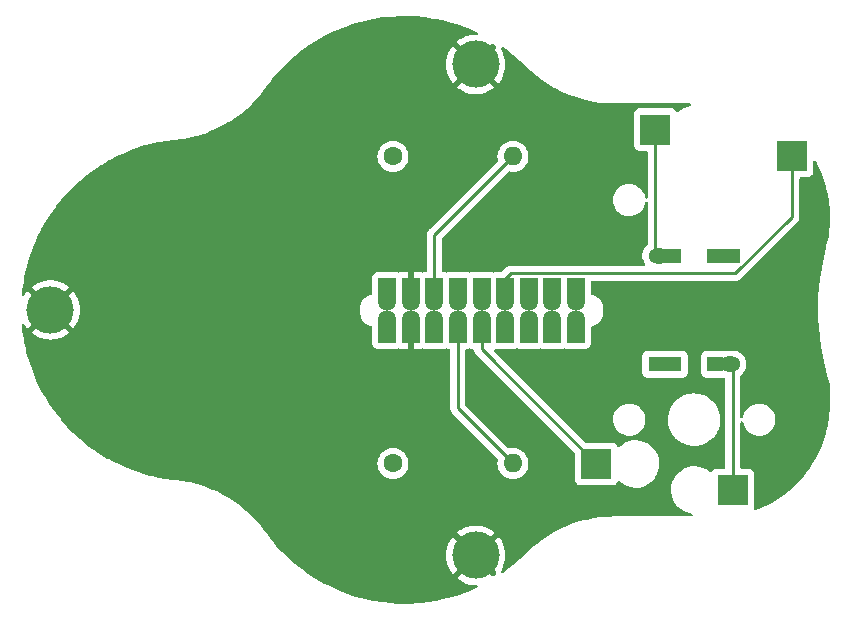
<source format=gbr>
%TF.GenerationSoftware,KiCad,Pcbnew,(6.0.6)*%
%TF.CreationDate,2022-07-28T22:42:36-07:00*%
%TF.ProjectId,right_thumb_routed,72696768-745f-4746-9875-6d625f726f75,v1.0.0*%
%TF.SameCoordinates,Original*%
%TF.FileFunction,Copper,L2,Bot*%
%TF.FilePolarity,Positive*%
%FSLAX46Y46*%
G04 Gerber Fmt 4.6, Leading zero omitted, Abs format (unit mm)*
G04 Created by KiCad (PCBNEW (6.0.6)) date 2022-07-28 22:42:36*
%MOMM*%
%LPD*%
G01*
G04 APERTURE LIST*
%TA.AperFunction,ComponentPad*%
%ADD10C,1.600000*%
%TD*%
%TA.AperFunction,ComponentPad*%
%ADD11O,1.600000X1.600000*%
%TD*%
%TA.AperFunction,ComponentPad*%
%ADD12C,0.500000*%
%TD*%
%TA.AperFunction,ComponentPad*%
%ADD13C,4.000000*%
%TD*%
%TA.AperFunction,SMDPad,CuDef*%
%ADD14R,2.600000X2.600000*%
%TD*%
%TA.AperFunction,ComponentPad*%
%ADD15C,1.500000*%
%TD*%
%TA.AperFunction,SMDPad,CuDef*%
%ADD16R,1.500000X2.000000*%
%TD*%
%TA.AperFunction,SMDPad,CuDef*%
%ADD17R,1.400000X1.300000*%
%TD*%
%TA.AperFunction,ComponentPad*%
%ADD18R,1.778000X1.300000*%
%TD*%
%TA.AperFunction,ComponentPad*%
%ADD19O,1.778000X1.300000*%
%TD*%
%TA.AperFunction,ViaPad*%
%ADD20C,0.800000*%
%TD*%
%TA.AperFunction,Conductor*%
%ADD21C,0.250000*%
%TD*%
G04 APERTURE END LIST*
D10*
%TO.P,R1,1*%
%TO.N,VCC*%
X64500000Y-39100000D03*
D11*
%TO.P,R1,2*%
%TO.N,SDA*%
X74660000Y-39100000D03*
%TD*%
D12*
%TO.P,H15,1*%
%TO.N,GND*%
X72560000Y-73944610D03*
X71500000Y-74384610D03*
X71500000Y-71384610D03*
X70000000Y-72884610D03*
X73000000Y-72884610D03*
D13*
X71500000Y-72884610D03*
D12*
X72560000Y-71824610D03*
X70440000Y-71824610D03*
X70440000Y-73944610D03*
%TD*%
%TO.P,H14,1*%
%TO.N,GND*%
X70000000Y-31315390D03*
X72560000Y-30255390D03*
X73000000Y-31315390D03*
D13*
X71500000Y-31315390D03*
D12*
X72560000Y-32375390D03*
X71500000Y-29815390D03*
X70440000Y-32375390D03*
X70440000Y-30255390D03*
X71500000Y-32815390D03*
%TD*%
D14*
%TO.P,SW17,1*%
%TO.N,c2_r4*%
X86725000Y-36850000D03*
%TO.P,SW17,2*%
%TO.N,C2*%
X98275000Y-39050000D03*
%TD*%
D15*
%TO.P,J6,1*%
%TO.N,VCC*%
X64000000Y-52900000D03*
D16*
X64000000Y-53900000D03*
X64000000Y-50400000D03*
D15*
X64000000Y-51400000D03*
D16*
%TO.P,J6,2*%
%TO.N,GND*%
X66000000Y-50400000D03*
X66000000Y-53900000D03*
D15*
X66000000Y-52900000D03*
X66000000Y-51400000D03*
%TO.P,J6,3*%
%TO.N,SDA*%
X68000000Y-51400000D03*
D16*
X68000000Y-50400000D03*
X68000000Y-53900000D03*
D15*
X68000000Y-52900000D03*
%TO.P,J6,4*%
%TO.N,SCL*%
X70000000Y-52900000D03*
X70000000Y-51400000D03*
D16*
X70000000Y-50400000D03*
X70000000Y-53900000D03*
%TO.P,J6,5*%
%TO.N,C1*%
X72000000Y-53900000D03*
X72000000Y-50400000D03*
D15*
X72000000Y-52900000D03*
X72000000Y-51400000D03*
%TO.P,J6,6*%
%TO.N,C2*%
X74000000Y-51400000D03*
X74000000Y-52900000D03*
D16*
X74000000Y-53900000D03*
X74000000Y-50400000D03*
D15*
%TO.P,J6,7*%
%TO.N,R4*%
X76000000Y-52900000D03*
D16*
X76000000Y-50400000D03*
X76000000Y-53900000D03*
D15*
X76000000Y-51400000D03*
D16*
%TO.P,J6,8*%
%TO.N,R5*%
X78000000Y-53900000D03*
D15*
X78000000Y-52900000D03*
X78000000Y-51400000D03*
D16*
X78000000Y-50400000D03*
D15*
%TO.P,J6,9*%
%TO.N,N/C*%
X80000000Y-52900000D03*
D16*
X80000000Y-50400000D03*
X80000000Y-53900000D03*
D15*
X80000000Y-51400000D03*
%TD*%
D14*
%TO.P,SW16,1*%
%TO.N,c1_r4*%
X93275000Y-67350000D03*
%TO.P,SW16,2*%
%TO.N,C1*%
X81725000Y-65150000D03*
%TD*%
D17*
%TO.P,D17,1*%
%TO.N,R4*%
X91750000Y-47500000D03*
D18*
X93000000Y-47500000D03*
D19*
%TO.P,D17,2*%
%TO.N,c2_r4*%
X87000000Y-47500000D03*
D17*
X88200000Y-47500000D03*
%TD*%
D10*
%TO.P,R2,1*%
%TO.N,VCC*%
X64500000Y-65100000D03*
D11*
%TO.P,R2,2*%
%TO.N,SCL*%
X74660000Y-65100000D03*
%TD*%
D12*
%TO.P,H13,1*%
%TO.N,GND*%
X35500000Y-53600000D03*
X35500000Y-50600000D03*
X34440000Y-51040000D03*
D13*
X35500000Y-52100000D03*
D12*
X36560000Y-53160000D03*
X34440000Y-53160000D03*
X36560000Y-51040000D03*
X34000000Y-52100000D03*
X37000000Y-52100000D03*
%TD*%
D18*
%TO.P,D16,1*%
%TO.N,R4*%
X87000000Y-56700000D03*
D17*
X88250000Y-56700000D03*
%TO.P,D16,2*%
%TO.N,c1_r4*%
X91800000Y-56700000D03*
D19*
X93000000Y-56700000D03*
%TD*%
D20*
%TO.N,GND*%
X59712299Y-49412299D03*
%TD*%
D21*
%TO.N,C1*%
X81725000Y-65150000D02*
X72000000Y-55425000D01*
X72000000Y-55425000D02*
X72000000Y-53900000D01*
%TO.N,C2*%
X74000000Y-49500000D02*
X74000000Y-50400000D01*
X98275000Y-44225000D02*
X93500000Y-49000000D01*
X93500000Y-49000000D02*
X74500000Y-49000000D01*
X74500000Y-49000000D02*
X74000000Y-49500000D01*
X98275000Y-39050000D02*
X98275000Y-44225000D01*
%TO.N,c1_r4*%
X93275000Y-56975000D02*
X93000000Y-56700000D01*
X93275000Y-67350000D02*
X93275000Y-56975000D01*
%TO.N,c2_r4*%
X86725000Y-36850000D02*
X86725000Y-47225000D01*
X86725000Y-47225000D02*
X87000000Y-47500000D01*
%TO.N,SDA*%
X74660000Y-39100000D02*
X68000000Y-45760000D01*
X68000000Y-45760000D02*
X68000000Y-50400000D01*
%TO.N,SCL*%
X74660000Y-65100000D02*
X70000000Y-60440000D01*
X70000000Y-60440000D02*
X70000000Y-53900000D01*
%TD*%
%TA.AperFunction,Conductor*%
%TO.N,GND*%
G36*
X65807148Y-27219536D02*
G01*
X66050117Y-27230863D01*
X66542124Y-27253801D01*
X66548547Y-27254264D01*
X67039473Y-27302436D01*
X67280849Y-27326121D01*
X67287253Y-27326916D01*
X67467486Y-27353978D01*
X68014876Y-27436168D01*
X68021222Y-27437287D01*
X68742320Y-27583656D01*
X68748590Y-27585097D01*
X69461273Y-27768203D01*
X69467452Y-27769961D01*
X70169811Y-27989314D01*
X70175888Y-27991384D01*
X70520996Y-28118899D01*
X70866089Y-28246410D01*
X70872083Y-28248801D01*
X71548305Y-28538826D01*
X71554168Y-28541521D01*
X71608685Y-28568286D01*
X71661019Y-28616261D01*
X71679108Y-28684915D01*
X71657208Y-28752450D01*
X71602272Y-28797423D01*
X71553157Y-28807390D01*
X71346169Y-28807390D01*
X71338278Y-28807887D01*
X71033050Y-28846445D01*
X71025279Y-28847928D01*
X70727296Y-28924437D01*
X70719770Y-28926882D01*
X70433707Y-29040143D01*
X70426572Y-29043500D01*
X70156961Y-29191720D01*
X70150281Y-29195960D01*
X69927177Y-29358054D01*
X69918754Y-29368977D01*
X69925658Y-29381838D01*
X73431145Y-32887325D01*
X73444407Y-32894567D01*
X73454512Y-32887378D01*
X73530505Y-32795519D01*
X73535149Y-32789126D01*
X73699999Y-32529364D01*
X73703811Y-32522431D01*
X73834801Y-32244062D01*
X73837716Y-32236699D01*
X73932783Y-31944113D01*
X73934754Y-31936436D01*
X73992400Y-31634245D01*
X73993393Y-31626384D01*
X74012710Y-31319348D01*
X74012710Y-31311432D01*
X73993393Y-31004396D01*
X73992400Y-30996535D01*
X73934754Y-30694344D01*
X73932783Y-30686667D01*
X73837716Y-30394081D01*
X73834801Y-30386718D01*
X73703811Y-30108349D01*
X73699999Y-30101416D01*
X73652851Y-30027123D01*
X73633238Y-29958889D01*
X73653629Y-29890884D01*
X73707549Y-29844698D01*
X73777880Y-29834996D01*
X73831422Y-29856337D01*
X73978133Y-29958889D01*
X74101226Y-30044932D01*
X74106419Y-30048763D01*
X74209707Y-30129138D01*
X74687146Y-30500666D01*
X74692104Y-30504733D01*
X75017378Y-30785738D01*
X75248907Y-30985757D01*
X75253681Y-30990100D01*
X75592196Y-31314258D01*
X75751882Y-31467172D01*
X75767667Y-31485503D01*
X75774995Y-31495882D01*
X75779175Y-31500199D01*
X75779334Y-31500419D01*
X75779549Y-31500585D01*
X75783727Y-31504901D01*
X75787613Y-31507837D01*
X75791257Y-31511062D01*
X75791212Y-31511112D01*
X75796226Y-31515371D01*
X76213565Y-31912954D01*
X76665019Y-32296910D01*
X76666419Y-32297970D01*
X76666428Y-32297978D01*
X76924544Y-32493546D01*
X77137392Y-32654816D01*
X77138861Y-32655804D01*
X77138864Y-32655806D01*
X77603921Y-32968546D01*
X77629183Y-32985534D01*
X77630729Y-32986451D01*
X77630736Y-32986456D01*
X78113072Y-33272726D01*
X78138829Y-33288013D01*
X78140380Y-33288819D01*
X78140398Y-33288829D01*
X78429496Y-33439060D01*
X78664711Y-33561291D01*
X79205157Y-33804501D01*
X79433646Y-33892201D01*
X79756781Y-34016229D01*
X79756788Y-34016231D01*
X79758449Y-34016869D01*
X80322830Y-34197721D01*
X80324551Y-34198167D01*
X80324557Y-34198169D01*
X80505773Y-34245160D01*
X80896505Y-34346481D01*
X80898234Y-34346827D01*
X80898244Y-34346829D01*
X81187508Y-34404664D01*
X81477651Y-34462676D01*
X82064422Y-34545939D01*
X82654953Y-34596003D01*
X82656714Y-34596053D01*
X82656720Y-34596053D01*
X83217366Y-34611864D01*
X83225139Y-34612611D01*
X83225164Y-34612333D01*
X83230010Y-34612768D01*
X83234814Y-34613576D01*
X83241307Y-34613655D01*
X83242506Y-34613670D01*
X83242509Y-34613670D01*
X83247366Y-34613729D01*
X83274990Y-34609773D01*
X83292852Y-34608500D01*
X89636261Y-34608500D01*
X89704382Y-34628502D01*
X89750875Y-34682158D01*
X89760979Y-34752432D01*
X89731485Y-34817012D01*
X89671759Y-34855396D01*
X89662457Y-34857747D01*
X89395030Y-34914591D01*
X89390901Y-34916094D01*
X89390897Y-34916095D01*
X89135219Y-35009154D01*
X89135215Y-35009156D01*
X89131074Y-35010663D01*
X88883058Y-35142536D01*
X88655808Y-35307642D01*
X88652640Y-35310702D01*
X88649346Y-35313465D01*
X88584305Y-35341929D01*
X88514200Y-35330710D01*
X88467530Y-35292507D01*
X88393643Y-35193920D01*
X88393642Y-35193919D01*
X88388261Y-35186739D01*
X88271705Y-35099385D01*
X88135316Y-35048255D01*
X88073134Y-35041500D01*
X85376866Y-35041500D01*
X85314684Y-35048255D01*
X85178295Y-35099385D01*
X85061739Y-35186739D01*
X84974385Y-35303295D01*
X84923255Y-35439684D01*
X84916500Y-35501866D01*
X84916500Y-38198134D01*
X84923255Y-38260316D01*
X84974385Y-38396705D01*
X85061739Y-38513261D01*
X85178295Y-38600615D01*
X85314684Y-38651745D01*
X85376866Y-38658500D01*
X85965500Y-38658500D01*
X86033621Y-38678502D01*
X86080114Y-38732158D01*
X86091500Y-38784500D01*
X86091500Y-42550853D01*
X86071498Y-42618974D01*
X86017842Y-42665467D01*
X85947568Y-42675571D01*
X85882988Y-42646077D01*
X85844604Y-42586351D01*
X85842185Y-42576727D01*
X85807867Y-42413169D01*
X85806772Y-42407950D01*
X85722033Y-42193378D01*
X85602353Y-41996151D01*
X85515428Y-41895978D01*
X85454653Y-41825941D01*
X85454651Y-41825939D01*
X85451153Y-41821908D01*
X85355428Y-41743418D01*
X85276885Y-41679016D01*
X85276879Y-41679012D01*
X85272757Y-41675632D01*
X85072265Y-41561506D01*
X85067249Y-41559685D01*
X85067244Y-41559683D01*
X84860425Y-41484611D01*
X84860421Y-41484610D01*
X84855410Y-41482791D01*
X84850161Y-41481842D01*
X84850158Y-41481841D01*
X84632477Y-41442478D01*
X84632470Y-41442477D01*
X84628393Y-41441740D01*
X84610656Y-41440904D01*
X84605708Y-41440670D01*
X84605701Y-41440670D01*
X84604220Y-41440600D01*
X84442075Y-41440600D01*
X84375119Y-41446281D01*
X84275438Y-41454739D01*
X84275434Y-41454740D01*
X84270127Y-41455190D01*
X84264972Y-41456528D01*
X84264966Y-41456529D01*
X84051997Y-41511805D01*
X84051993Y-41511806D01*
X84046828Y-41513147D01*
X84041962Y-41515339D01*
X84041959Y-41515340D01*
X83943521Y-41559683D01*
X83836485Y-41607899D01*
X83832065Y-41610875D01*
X83832061Y-41610877D01*
X83794350Y-41636266D01*
X83645115Y-41736738D01*
X83478188Y-41895978D01*
X83340479Y-42081066D01*
X83338064Y-42085816D01*
X83283377Y-42193378D01*
X83235923Y-42286712D01*
X83201717Y-42396872D01*
X83169095Y-42501930D01*
X83169094Y-42501936D01*
X83167511Y-42507033D01*
X83153598Y-42612008D01*
X83145174Y-42675571D01*
X83137200Y-42735732D01*
X83137400Y-42741062D01*
X83137400Y-42741063D01*
X83141364Y-42846659D01*
X83145854Y-42966268D01*
X83193228Y-43192050D01*
X83277967Y-43406622D01*
X83397647Y-43603849D01*
X83401144Y-43607879D01*
X83487768Y-43707704D01*
X83548847Y-43778092D01*
X83552978Y-43781479D01*
X83723115Y-43920984D01*
X83723121Y-43920988D01*
X83727243Y-43924368D01*
X83927735Y-44038494D01*
X83932751Y-44040315D01*
X83932756Y-44040317D01*
X84139575Y-44115389D01*
X84139579Y-44115390D01*
X84144590Y-44117209D01*
X84149839Y-44118158D01*
X84149842Y-44118159D01*
X84367523Y-44157522D01*
X84367530Y-44157523D01*
X84371607Y-44158260D01*
X84389344Y-44159096D01*
X84394292Y-44159330D01*
X84394299Y-44159330D01*
X84395780Y-44159400D01*
X84557925Y-44159400D01*
X84624881Y-44153719D01*
X84724562Y-44145261D01*
X84724566Y-44145260D01*
X84729873Y-44144810D01*
X84735028Y-44143472D01*
X84735034Y-44143471D01*
X84948003Y-44088195D01*
X84948007Y-44088194D01*
X84953172Y-44086853D01*
X84958038Y-44084661D01*
X84958041Y-44084660D01*
X85158649Y-43994293D01*
X85163515Y-43992101D01*
X85167935Y-43989125D01*
X85167939Y-43989123D01*
X85314503Y-43890449D01*
X85354885Y-43863262D01*
X85521812Y-43704022D01*
X85659521Y-43518934D01*
X85714305Y-43411183D01*
X85761658Y-43318046D01*
X85761658Y-43318045D01*
X85764077Y-43313288D01*
X85817621Y-43140849D01*
X85830905Y-43098070D01*
X85830906Y-43098064D01*
X85832489Y-43092967D01*
X85840592Y-43031829D01*
X85869371Y-42966927D01*
X85928670Y-42927887D01*
X85999663Y-42927104D01*
X86059808Y-42964826D01*
X86090012Y-43029078D01*
X86091500Y-43048384D01*
X86091500Y-46490813D01*
X86071498Y-46558934D01*
X86040890Y-46591770D01*
X85982491Y-46635378D01*
X85837963Y-46791729D01*
X85724347Y-46971799D01*
X85645449Y-47169559D01*
X85644323Y-47175219D01*
X85644322Y-47175223D01*
X85605038Y-47372718D01*
X85603911Y-47378385D01*
X85601124Y-47591284D01*
X85602103Y-47596981D01*
X85602103Y-47596982D01*
X85614641Y-47669947D01*
X85637181Y-47801126D01*
X85710875Y-48000884D01*
X85815105Y-48176077D01*
X85832745Y-48244847D01*
X85810405Y-48312237D01*
X85755177Y-48356851D01*
X85706820Y-48366500D01*
X74578768Y-48366500D01*
X74567585Y-48365973D01*
X74560092Y-48364298D01*
X74552166Y-48364547D01*
X74552165Y-48364547D01*
X74492002Y-48366438D01*
X74488044Y-48366500D01*
X74460144Y-48366500D01*
X74456154Y-48367004D01*
X74444320Y-48367936D01*
X74400111Y-48369326D01*
X74392497Y-48371538D01*
X74392492Y-48371539D01*
X74380659Y-48374977D01*
X74361296Y-48378988D01*
X74341203Y-48381526D01*
X74333836Y-48384443D01*
X74333831Y-48384444D01*
X74300092Y-48397802D01*
X74288865Y-48401646D01*
X74246407Y-48413982D01*
X74239581Y-48418019D01*
X74228972Y-48424293D01*
X74211224Y-48432988D01*
X74192383Y-48440448D01*
X74185967Y-48445110D01*
X74185966Y-48445110D01*
X74156613Y-48466436D01*
X74146693Y-48472952D01*
X74115465Y-48491420D01*
X74115462Y-48491422D01*
X74108638Y-48495458D01*
X74094317Y-48509779D01*
X74079284Y-48522619D01*
X74062893Y-48534528D01*
X74036516Y-48566413D01*
X74034712Y-48568593D01*
X74026722Y-48577374D01*
X73749499Y-48854596D01*
X73687187Y-48888621D01*
X73660404Y-48891500D01*
X73201866Y-48891500D01*
X73139684Y-48898255D01*
X73132288Y-48901027D01*
X73132282Y-48901029D01*
X73044229Y-48934039D01*
X72973422Y-48939222D01*
X72955771Y-48934039D01*
X72867718Y-48901029D01*
X72867712Y-48901027D01*
X72860316Y-48898255D01*
X72798134Y-48891500D01*
X71201866Y-48891500D01*
X71139684Y-48898255D01*
X71132288Y-48901027D01*
X71132282Y-48901029D01*
X71044229Y-48934039D01*
X70973422Y-48939222D01*
X70955771Y-48934039D01*
X70867718Y-48901029D01*
X70867712Y-48901027D01*
X70860316Y-48898255D01*
X70798134Y-48891500D01*
X69201866Y-48891500D01*
X69139684Y-48898255D01*
X69132288Y-48901027D01*
X69132282Y-48901029D01*
X69044229Y-48934039D01*
X68973422Y-48939222D01*
X68955771Y-48934039D01*
X68867718Y-48901029D01*
X68867712Y-48901027D01*
X68860316Y-48898255D01*
X68798134Y-48891500D01*
X68759500Y-48891500D01*
X68691379Y-48871498D01*
X68644886Y-48817842D01*
X68633500Y-48765500D01*
X68633500Y-46074594D01*
X68653502Y-46006473D01*
X68670405Y-45985499D01*
X74246752Y-40409152D01*
X74309064Y-40375126D01*
X74368459Y-40376541D01*
X74426591Y-40392118D01*
X74426602Y-40392120D01*
X74431913Y-40393543D01*
X74660000Y-40413498D01*
X74888087Y-40393543D01*
X74893400Y-40392119D01*
X74893402Y-40392119D01*
X75103933Y-40335707D01*
X75103935Y-40335706D01*
X75109243Y-40334284D01*
X75114225Y-40331961D01*
X75311762Y-40239849D01*
X75311767Y-40239846D01*
X75316749Y-40237523D01*
X75421611Y-40164098D01*
X75499789Y-40109357D01*
X75499792Y-40109355D01*
X75504300Y-40106198D01*
X75666198Y-39944300D01*
X75797523Y-39756749D01*
X75799846Y-39751767D01*
X75799849Y-39751762D01*
X75891961Y-39554225D01*
X75891961Y-39554224D01*
X75894284Y-39549243D01*
X75900128Y-39527435D01*
X75952119Y-39333402D01*
X75952120Y-39333398D01*
X75953543Y-39328087D01*
X75973498Y-39100000D01*
X75953543Y-38871913D01*
X75946013Y-38843811D01*
X75895707Y-38656067D01*
X75895706Y-38656065D01*
X75894284Y-38650757D01*
X75882462Y-38625404D01*
X75799849Y-38448238D01*
X75799846Y-38448233D01*
X75797523Y-38443251D01*
X75724098Y-38338389D01*
X75669357Y-38260211D01*
X75669355Y-38260208D01*
X75666198Y-38255700D01*
X75504300Y-38093802D01*
X75499792Y-38090645D01*
X75499789Y-38090643D01*
X75421611Y-38035902D01*
X75316749Y-37962477D01*
X75311767Y-37960154D01*
X75311762Y-37960151D01*
X75114225Y-37868039D01*
X75114224Y-37868039D01*
X75109243Y-37865716D01*
X75103935Y-37864294D01*
X75103933Y-37864293D01*
X74893402Y-37807881D01*
X74893400Y-37807881D01*
X74888087Y-37806457D01*
X74660000Y-37786502D01*
X74431913Y-37806457D01*
X74426600Y-37807881D01*
X74426598Y-37807881D01*
X74216067Y-37864293D01*
X74216065Y-37864294D01*
X74210757Y-37865716D01*
X74205776Y-37868039D01*
X74205775Y-37868039D01*
X74008238Y-37960151D01*
X74008233Y-37960154D01*
X74003251Y-37962477D01*
X73898389Y-38035902D01*
X73820211Y-38090643D01*
X73820208Y-38090645D01*
X73815700Y-38093802D01*
X73653802Y-38255700D01*
X73650645Y-38260208D01*
X73650643Y-38260211D01*
X73595902Y-38338389D01*
X73522477Y-38443251D01*
X73520154Y-38448233D01*
X73520151Y-38448238D01*
X73437538Y-38625404D01*
X73425716Y-38650757D01*
X73424294Y-38656065D01*
X73424293Y-38656067D01*
X73373987Y-38843811D01*
X73366457Y-38871913D01*
X73346502Y-39100000D01*
X73366457Y-39328087D01*
X73383460Y-39391541D01*
X73381770Y-39462518D01*
X73350848Y-39513247D01*
X67607747Y-45256348D01*
X67599461Y-45263888D01*
X67592982Y-45268000D01*
X67587557Y-45273777D01*
X67546357Y-45317651D01*
X67543602Y-45320493D01*
X67523865Y-45340230D01*
X67521385Y-45343427D01*
X67513682Y-45352447D01*
X67483414Y-45384679D01*
X67479595Y-45391625D01*
X67479593Y-45391628D01*
X67473652Y-45402434D01*
X67462801Y-45418953D01*
X67450386Y-45434959D01*
X67447241Y-45442228D01*
X67447238Y-45442232D01*
X67432826Y-45475537D01*
X67427609Y-45486187D01*
X67406305Y-45524940D01*
X67404334Y-45532615D01*
X67404334Y-45532616D01*
X67401267Y-45544562D01*
X67394863Y-45563266D01*
X67386819Y-45581855D01*
X67385580Y-45589678D01*
X67385577Y-45589688D01*
X67379901Y-45625524D01*
X67377495Y-45637144D01*
X67366500Y-45679970D01*
X67366500Y-45700224D01*
X67364949Y-45719934D01*
X67361780Y-45739943D01*
X67362526Y-45747835D01*
X67365941Y-45783961D01*
X67366500Y-45795819D01*
X67366500Y-48765500D01*
X67346498Y-48833621D01*
X67292842Y-48880114D01*
X67240500Y-48891500D01*
X67201866Y-48891500D01*
X67139684Y-48898255D01*
X67132288Y-48901027D01*
X67132282Y-48901029D01*
X67043517Y-48934306D01*
X66972710Y-48939489D01*
X66955059Y-48934306D01*
X66867609Y-48901522D01*
X66852351Y-48897895D01*
X66801486Y-48892369D01*
X66794672Y-48892000D01*
X66272115Y-48892000D01*
X66256876Y-48896475D01*
X66255671Y-48897865D01*
X66254000Y-48905548D01*
X66254000Y-50528000D01*
X66233998Y-50596121D01*
X66180342Y-50642614D01*
X66128000Y-50654000D01*
X65872000Y-50654000D01*
X65803879Y-50633998D01*
X65757386Y-50580342D01*
X65746000Y-50528000D01*
X65746000Y-48910116D01*
X65741525Y-48894877D01*
X65740135Y-48893672D01*
X65732452Y-48892001D01*
X65205331Y-48892001D01*
X65198510Y-48892371D01*
X65147648Y-48897895D01*
X65132394Y-48901522D01*
X65044941Y-48934306D01*
X64974134Y-48939489D01*
X64956483Y-48934306D01*
X64867718Y-48901029D01*
X64867712Y-48901027D01*
X64860316Y-48898255D01*
X64798134Y-48891500D01*
X63201866Y-48891500D01*
X63139684Y-48898255D01*
X63003295Y-48949385D01*
X62886739Y-49036739D01*
X62799385Y-49153295D01*
X62748255Y-49289684D01*
X62741500Y-49351866D01*
X62741500Y-50722933D01*
X62721498Y-50791054D01*
X62667842Y-50837547D01*
X62626483Y-50848453D01*
X62579698Y-50852547D01*
X62579691Y-50852548D01*
X62574207Y-50853028D01*
X62568893Y-50854452D01*
X62568892Y-50854452D01*
X62409065Y-50897277D01*
X62409063Y-50897278D01*
X62403755Y-50898700D01*
X62398774Y-50901022D01*
X62398773Y-50901023D01*
X62248811Y-50970951D01*
X62248806Y-50970954D01*
X62243824Y-50973277D01*
X62189489Y-51011323D01*
X62103784Y-51071334D01*
X62103781Y-51071336D01*
X62099273Y-51074493D01*
X61974493Y-51199273D01*
X61873277Y-51343824D01*
X61870954Y-51348806D01*
X61870951Y-51348811D01*
X61813845Y-51471277D01*
X61798700Y-51503755D01*
X61753028Y-51674207D01*
X61748601Y-51724813D01*
X61740987Y-51811839D01*
X61739969Y-51820224D01*
X61736309Y-51843724D01*
X61740436Y-51875283D01*
X61741500Y-51891621D01*
X61741500Y-52400633D01*
X61740000Y-52420018D01*
X61737690Y-52434851D01*
X61737690Y-52434855D01*
X61736309Y-52443724D01*
X61738136Y-52457692D01*
X61738345Y-52459290D01*
X61738929Y-52464644D01*
X61740830Y-52486368D01*
X61753028Y-52625793D01*
X61798700Y-52796245D01*
X61801022Y-52801226D01*
X61801023Y-52801227D01*
X61870951Y-52951189D01*
X61870954Y-52951194D01*
X61873277Y-52956176D01*
X61974493Y-53100727D01*
X62099273Y-53225507D01*
X62103781Y-53228664D01*
X62103784Y-53228666D01*
X62146466Y-53258552D01*
X62243824Y-53326723D01*
X62248806Y-53329046D01*
X62248811Y-53329049D01*
X62395567Y-53397482D01*
X62403755Y-53401300D01*
X62409063Y-53402722D01*
X62409065Y-53402723D01*
X62568892Y-53445548D01*
X62568893Y-53445548D01*
X62574207Y-53446972D01*
X62579691Y-53447452D01*
X62579698Y-53447453D01*
X62626483Y-53451547D01*
X62692601Y-53477410D01*
X62734240Y-53534914D01*
X62741500Y-53577067D01*
X62741500Y-54948134D01*
X62748255Y-55010316D01*
X62799385Y-55146705D01*
X62886739Y-55263261D01*
X63003295Y-55350615D01*
X63139684Y-55401745D01*
X63201866Y-55408500D01*
X64798134Y-55408500D01*
X64860316Y-55401745D01*
X64867712Y-55398973D01*
X64867718Y-55398971D01*
X64956483Y-55365694D01*
X65027290Y-55360511D01*
X65044941Y-55365694D01*
X65132391Y-55398478D01*
X65147649Y-55402105D01*
X65198514Y-55407631D01*
X65205328Y-55408000D01*
X65727885Y-55408000D01*
X65743124Y-55403525D01*
X65744329Y-55402135D01*
X65746000Y-55394452D01*
X65746000Y-53772000D01*
X65766002Y-53703879D01*
X65819658Y-53657386D01*
X65872000Y-53646000D01*
X66128000Y-53646000D01*
X66196121Y-53666002D01*
X66242614Y-53719658D01*
X66254000Y-53772000D01*
X66254000Y-55389884D01*
X66258475Y-55405123D01*
X66259865Y-55406328D01*
X66267548Y-55407999D01*
X66794669Y-55407999D01*
X66801490Y-55407629D01*
X66852352Y-55402105D01*
X66867606Y-55398478D01*
X66955059Y-55365694D01*
X67025866Y-55360511D01*
X67043517Y-55365694D01*
X67132282Y-55398971D01*
X67132288Y-55398973D01*
X67139684Y-55401745D01*
X67201866Y-55408500D01*
X68798134Y-55408500D01*
X68860316Y-55401745D01*
X68867712Y-55398973D01*
X68867718Y-55398971D01*
X68955771Y-55365961D01*
X69026578Y-55360778D01*
X69044229Y-55365961D01*
X69132282Y-55398971D01*
X69132288Y-55398973D01*
X69139684Y-55401745D01*
X69201866Y-55408500D01*
X69240500Y-55408500D01*
X69308621Y-55428502D01*
X69355114Y-55482158D01*
X69366500Y-55534500D01*
X69366500Y-60361233D01*
X69365973Y-60372416D01*
X69364298Y-60379909D01*
X69364547Y-60387835D01*
X69364547Y-60387836D01*
X69366438Y-60447986D01*
X69366500Y-60451945D01*
X69366500Y-60479856D01*
X69366997Y-60483790D01*
X69366997Y-60483791D01*
X69367005Y-60483856D01*
X69367938Y-60495693D01*
X69369327Y-60539889D01*
X69374978Y-60559339D01*
X69378987Y-60578700D01*
X69379130Y-60579828D01*
X69381526Y-60598797D01*
X69384445Y-60606168D01*
X69384445Y-60606170D01*
X69397804Y-60639912D01*
X69401649Y-60651142D01*
X69411771Y-60685983D01*
X69413982Y-60693593D01*
X69418015Y-60700412D01*
X69418017Y-60700417D01*
X69424293Y-60711028D01*
X69432988Y-60728776D01*
X69440448Y-60747617D01*
X69445110Y-60754033D01*
X69445110Y-60754034D01*
X69466436Y-60783387D01*
X69472952Y-60793307D01*
X69495458Y-60831362D01*
X69509779Y-60845683D01*
X69522619Y-60860716D01*
X69534528Y-60877107D01*
X69552307Y-60891815D01*
X69568605Y-60905298D01*
X69577384Y-60913288D01*
X73350848Y-64686752D01*
X73384874Y-64749064D01*
X73383459Y-64808459D01*
X73367882Y-64866591D01*
X73367881Y-64866598D01*
X73366457Y-64871913D01*
X73346502Y-65100000D01*
X73366457Y-65328087D01*
X73367881Y-65333400D01*
X73367881Y-65333402D01*
X73422952Y-65538926D01*
X73425716Y-65549243D01*
X73428039Y-65554224D01*
X73428039Y-65554225D01*
X73520151Y-65751762D01*
X73520154Y-65751767D01*
X73522477Y-65756749D01*
X73564769Y-65817148D01*
X73650570Y-65939684D01*
X73653802Y-65944300D01*
X73815700Y-66106198D01*
X73820208Y-66109355D01*
X73820211Y-66109357D01*
X73862826Y-66139196D01*
X74003251Y-66237523D01*
X74008233Y-66239846D01*
X74008238Y-66239849D01*
X74205775Y-66331961D01*
X74210757Y-66334284D01*
X74216065Y-66335706D01*
X74216067Y-66335707D01*
X74426598Y-66392119D01*
X74426600Y-66392119D01*
X74431913Y-66393543D01*
X74660000Y-66413498D01*
X74888087Y-66393543D01*
X74893400Y-66392119D01*
X74893402Y-66392119D01*
X75103933Y-66335707D01*
X75103935Y-66335706D01*
X75109243Y-66334284D01*
X75114225Y-66331961D01*
X75311762Y-66239849D01*
X75311767Y-66239846D01*
X75316749Y-66237523D01*
X75457174Y-66139196D01*
X75499789Y-66109357D01*
X75499792Y-66109355D01*
X75504300Y-66106198D01*
X75666198Y-65944300D01*
X75669431Y-65939684D01*
X75755231Y-65817148D01*
X75797523Y-65756749D01*
X75799846Y-65751767D01*
X75799849Y-65751762D01*
X75891961Y-65554225D01*
X75891961Y-65554224D01*
X75894284Y-65549243D01*
X75897049Y-65538926D01*
X75952119Y-65333402D01*
X75952119Y-65333400D01*
X75953543Y-65328087D01*
X75973498Y-65100000D01*
X75953543Y-64871913D01*
X75952117Y-64866591D01*
X75895707Y-64656067D01*
X75895706Y-64656065D01*
X75894284Y-64650757D01*
X75891961Y-64645775D01*
X75799849Y-64448238D01*
X75799846Y-64448233D01*
X75797523Y-64443251D01*
X75666198Y-64255700D01*
X75504300Y-64093802D01*
X75499792Y-64090645D01*
X75499789Y-64090643D01*
X75388139Y-64012465D01*
X75316749Y-63962477D01*
X75311767Y-63960154D01*
X75311762Y-63960151D01*
X75114225Y-63868039D01*
X75114224Y-63868039D01*
X75109243Y-63865716D01*
X75103935Y-63864294D01*
X75103933Y-63864293D01*
X74893402Y-63807881D01*
X74893400Y-63807881D01*
X74888087Y-63806457D01*
X74660000Y-63786502D01*
X74431913Y-63806457D01*
X74368458Y-63823460D01*
X74297482Y-63821770D01*
X74246753Y-63790848D01*
X70670405Y-60214500D01*
X70636379Y-60152188D01*
X70633500Y-60125405D01*
X70633500Y-55534500D01*
X70653502Y-55466379D01*
X70707158Y-55419886D01*
X70759500Y-55408500D01*
X70798134Y-55408500D01*
X70860316Y-55401745D01*
X70867712Y-55398973D01*
X70867718Y-55398971D01*
X70955771Y-55365961D01*
X71026578Y-55360778D01*
X71044229Y-55365961D01*
X71132282Y-55398971D01*
X71132288Y-55398973D01*
X71139684Y-55401745D01*
X71201866Y-55408500D01*
X71244284Y-55408500D01*
X71312405Y-55428502D01*
X71358898Y-55482158D01*
X71368732Y-55514786D01*
X71369078Y-55516970D01*
X71369327Y-55524889D01*
X71374260Y-55541869D01*
X71374978Y-55544339D01*
X71378987Y-55563700D01*
X71381526Y-55583797D01*
X71384445Y-55591168D01*
X71384445Y-55591170D01*
X71397804Y-55624912D01*
X71401649Y-55636142D01*
X71413982Y-55678593D01*
X71418015Y-55685412D01*
X71418017Y-55685417D01*
X71424293Y-55696028D01*
X71432988Y-55713776D01*
X71440448Y-55732617D01*
X71445110Y-55739033D01*
X71445110Y-55739034D01*
X71466436Y-55768387D01*
X71472952Y-55778307D01*
X71495458Y-55816362D01*
X71509779Y-55830683D01*
X71522619Y-55845716D01*
X71534528Y-55862107D01*
X71540634Y-55867158D01*
X71568605Y-55890298D01*
X71577384Y-55898288D01*
X79879595Y-64200500D01*
X79913621Y-64262812D01*
X79916500Y-64289595D01*
X79916500Y-66498134D01*
X79923255Y-66560316D01*
X79974385Y-66696705D01*
X80061739Y-66813261D01*
X80178295Y-66900615D01*
X80314684Y-66951745D01*
X80376866Y-66958500D01*
X83073134Y-66958500D01*
X83135316Y-66951745D01*
X83271705Y-66900615D01*
X83388261Y-66813261D01*
X83475615Y-66696705D01*
X83483203Y-66676463D01*
X83525843Y-66619700D01*
X83592404Y-66594999D01*
X83661753Y-66610205D01*
X83682176Y-66624171D01*
X83863179Y-66776051D01*
X83863184Y-66776055D01*
X83866550Y-66778879D01*
X84104764Y-66927731D01*
X84361375Y-67041982D01*
X84631390Y-67119407D01*
X84635740Y-67120018D01*
X84635743Y-67120019D01*
X84738690Y-67134487D01*
X84909552Y-67158500D01*
X85120146Y-67158500D01*
X85122332Y-67158347D01*
X85122336Y-67158347D01*
X85325827Y-67144118D01*
X85325832Y-67144117D01*
X85330212Y-67143811D01*
X85604970Y-67085409D01*
X85609099Y-67083906D01*
X85609103Y-67083905D01*
X85864781Y-66990846D01*
X85864785Y-66990844D01*
X85868926Y-66989337D01*
X86116942Y-66857464D01*
X86120503Y-66854877D01*
X86340629Y-66694947D01*
X86340632Y-66694944D01*
X86344192Y-66692358D01*
X86348395Y-66688300D01*
X86473264Y-66567715D01*
X86546252Y-66497231D01*
X86694851Y-66307032D01*
X86716481Y-66279347D01*
X86716482Y-66279346D01*
X86719188Y-66275882D01*
X86721384Y-66272078D01*
X86721389Y-66272071D01*
X86857435Y-66036431D01*
X86859636Y-66032619D01*
X86964862Y-65772176D01*
X86965928Y-65767901D01*
X87031753Y-65503893D01*
X87031754Y-65503888D01*
X87032817Y-65499624D01*
X87036158Y-65467842D01*
X87061719Y-65224636D01*
X87061719Y-65224633D01*
X87062178Y-65220267D01*
X87061089Y-65189077D01*
X87052529Y-64943939D01*
X87052528Y-64943933D01*
X87052375Y-64939542D01*
X87041417Y-64877393D01*
X87007801Y-64686752D01*
X87003598Y-64662913D01*
X86916797Y-64395765D01*
X86793660Y-64143298D01*
X86791205Y-64139659D01*
X86791202Y-64139653D01*
X86670126Y-63960151D01*
X86636585Y-63910424D01*
X86448629Y-63701678D01*
X86444729Y-63698405D01*
X86349866Y-63618806D01*
X86233450Y-63521121D01*
X85995236Y-63372269D01*
X85738625Y-63258018D01*
X85468610Y-63180593D01*
X85464260Y-63179982D01*
X85464257Y-63179981D01*
X85361310Y-63165513D01*
X85190448Y-63141500D01*
X84979854Y-63141500D01*
X84977668Y-63141653D01*
X84977664Y-63141653D01*
X84774173Y-63155882D01*
X84774168Y-63155883D01*
X84769788Y-63156189D01*
X84495030Y-63214591D01*
X84490901Y-63216094D01*
X84490897Y-63216095D01*
X84235219Y-63309154D01*
X84235215Y-63309156D01*
X84231074Y-63310663D01*
X83983058Y-63442536D01*
X83979499Y-63445122D01*
X83979497Y-63445123D01*
X83769509Y-63597688D01*
X83755808Y-63607642D01*
X83752644Y-63610698D01*
X83752641Y-63610700D01*
X83689398Y-63671773D01*
X83626501Y-63704705D01*
X83555785Y-63698405D01*
X83499700Y-63654873D01*
X83483889Y-63625365D01*
X83478768Y-63611705D01*
X83478767Y-63611704D01*
X83475615Y-63603295D01*
X83388261Y-63486739D01*
X83271705Y-63399385D01*
X83135316Y-63348255D01*
X83073134Y-63341500D01*
X80864594Y-63341500D01*
X80796473Y-63321498D01*
X80775499Y-63304595D01*
X78806636Y-61335732D01*
X83137200Y-61335732D01*
X83137400Y-61341062D01*
X83137400Y-61341063D01*
X83141364Y-61446659D01*
X83145854Y-61566268D01*
X83193228Y-61792050D01*
X83277967Y-62006622D01*
X83397647Y-62203849D01*
X83401144Y-62207879D01*
X83487768Y-62307704D01*
X83548847Y-62378092D01*
X83552978Y-62381479D01*
X83723115Y-62520984D01*
X83723121Y-62520988D01*
X83727243Y-62524368D01*
X83927735Y-62638494D01*
X83932751Y-62640315D01*
X83932756Y-62640317D01*
X84139575Y-62715389D01*
X84139579Y-62715390D01*
X84144590Y-62717209D01*
X84149839Y-62718158D01*
X84149842Y-62718159D01*
X84367523Y-62757522D01*
X84367530Y-62757523D01*
X84371607Y-62758260D01*
X84389344Y-62759096D01*
X84394292Y-62759330D01*
X84394299Y-62759330D01*
X84395780Y-62759400D01*
X84557925Y-62759400D01*
X84624881Y-62753719D01*
X84724562Y-62745261D01*
X84724566Y-62745260D01*
X84729873Y-62744810D01*
X84735028Y-62743472D01*
X84735034Y-62743471D01*
X84948003Y-62688195D01*
X84948007Y-62688194D01*
X84953172Y-62686853D01*
X84958038Y-62684661D01*
X84958041Y-62684660D01*
X85158649Y-62594293D01*
X85163515Y-62592101D01*
X85167935Y-62589125D01*
X85167939Y-62589123D01*
X85314503Y-62490449D01*
X85354885Y-62463262D01*
X85521812Y-62304022D01*
X85659521Y-62118934D01*
X85714305Y-62011183D01*
X85761658Y-61918046D01*
X85761658Y-61918045D01*
X85764077Y-61913288D01*
X85817621Y-61740849D01*
X85830905Y-61698070D01*
X85830906Y-61698064D01*
X85832489Y-61692967D01*
X85849988Y-61560937D01*
X85862100Y-61469553D01*
X85862100Y-61469548D01*
X85862800Y-61464268D01*
X85862139Y-61446659D01*
X87772514Y-61446659D01*
X87772877Y-61450807D01*
X87772877Y-61450811D01*
X87789794Y-61644176D01*
X87798252Y-61740849D01*
X87799162Y-61744921D01*
X87799163Y-61744926D01*
X87857659Y-62006622D01*
X87862672Y-62029050D01*
X87964644Y-62306199D01*
X87966591Y-62309892D01*
X87966592Y-62309894D01*
X88002549Y-62378092D01*
X88102374Y-62567427D01*
X88104794Y-62570832D01*
X88271019Y-62804735D01*
X88271024Y-62804741D01*
X88273443Y-62808145D01*
X88276287Y-62811195D01*
X88276292Y-62811201D01*
X88411003Y-62955661D01*
X88474846Y-63024124D01*
X88703045Y-63211568D01*
X88954029Y-63367185D01*
X88957846Y-63368901D01*
X88957849Y-63368902D01*
X89025677Y-63399385D01*
X89223390Y-63488241D01*
X89506395Y-63572608D01*
X89510515Y-63573261D01*
X89510517Y-63573261D01*
X89794592Y-63618255D01*
X89794598Y-63618256D01*
X89798073Y-63618806D01*
X89822632Y-63619921D01*
X89889017Y-63622936D01*
X89889038Y-63622936D01*
X89890437Y-63623000D01*
X90074901Y-63623000D01*
X90294664Y-63608403D01*
X90298763Y-63607577D01*
X90298767Y-63607576D01*
X90472190Y-63572608D01*
X90584151Y-63550033D01*
X90863375Y-63453888D01*
X91026365Y-63372269D01*
X91123695Y-63323530D01*
X91123697Y-63323529D01*
X91127431Y-63321659D01*
X91371678Y-63155668D01*
X91591827Y-62958832D01*
X91594545Y-62955661D01*
X91781289Y-62737784D01*
X91781292Y-62737780D01*
X91784009Y-62734610D01*
X91786283Y-62731108D01*
X91786287Y-62731103D01*
X91942570Y-62490449D01*
X91942573Y-62490444D01*
X91944849Y-62486939D01*
X91954680Y-62466236D01*
X92069723Y-62223954D01*
X92071519Y-62220172D01*
X92141676Y-62001661D01*
X92160515Y-61942983D01*
X92160515Y-61942982D01*
X92161795Y-61938996D01*
X92189174Y-61786831D01*
X92213351Y-61652459D01*
X92213352Y-61652454D01*
X92214090Y-61648350D01*
X92217148Y-61581026D01*
X92227297Y-61357511D01*
X92227297Y-61357506D01*
X92227486Y-61353341D01*
X92225946Y-61335732D01*
X92202112Y-61063312D01*
X92201748Y-61059151D01*
X92191470Y-61013169D01*
X92138240Y-60775028D01*
X92138238Y-60775021D01*
X92137328Y-60770950D01*
X92035356Y-60493801D01*
X92033226Y-60489760D01*
X91950978Y-60333764D01*
X91897626Y-60232573D01*
X91845826Y-60159683D01*
X91728981Y-59995265D01*
X91728976Y-59995259D01*
X91726557Y-59991855D01*
X91723713Y-59988805D01*
X91723708Y-59988799D01*
X91528000Y-59778928D01*
X91525154Y-59775876D01*
X91296955Y-59588432D01*
X91045971Y-59432815D01*
X90776610Y-59311759D01*
X90493605Y-59227392D01*
X90489485Y-59226739D01*
X90489483Y-59226739D01*
X90205408Y-59181745D01*
X90205402Y-59181744D01*
X90201927Y-59181194D01*
X90177368Y-59180079D01*
X90110983Y-59177064D01*
X90110962Y-59177064D01*
X90109563Y-59177000D01*
X89925099Y-59177000D01*
X89705336Y-59191597D01*
X89701237Y-59192423D01*
X89701233Y-59192424D01*
X89558639Y-59221176D01*
X89415849Y-59249967D01*
X89136625Y-59346112D01*
X89132897Y-59347979D01*
X88963483Y-59432815D01*
X88872569Y-59478341D01*
X88628322Y-59644332D01*
X88408173Y-59841168D01*
X88405456Y-59844338D01*
X88405455Y-59844339D01*
X88223586Y-60056529D01*
X88215991Y-60065390D01*
X88213717Y-60068892D01*
X88213713Y-60068897D01*
X88077260Y-60279016D01*
X88055151Y-60313061D01*
X88053357Y-60316839D01*
X88053356Y-60316841D01*
X88043908Y-60336738D01*
X87928481Y-60579828D01*
X87927202Y-60583811D01*
X87927201Y-60583814D01*
X87845215Y-60839169D01*
X87838205Y-60861004D01*
X87832661Y-60891815D01*
X87792986Y-61112325D01*
X87785910Y-61151650D01*
X87785721Y-61155817D01*
X87785720Y-61155824D01*
X87773460Y-61425825D01*
X87772514Y-61446659D01*
X85862139Y-61446659D01*
X85861983Y-61442489D01*
X85854346Y-61239063D01*
X85854146Y-61233732D01*
X85806772Y-61007950D01*
X85722033Y-60793378D01*
X85602353Y-60596151D01*
X85598856Y-60592121D01*
X85454653Y-60425941D01*
X85454651Y-60425939D01*
X85451153Y-60421908D01*
X85377155Y-60361233D01*
X85276885Y-60279016D01*
X85276879Y-60279012D01*
X85272757Y-60275632D01*
X85072265Y-60161506D01*
X85067249Y-60159685D01*
X85067244Y-60159683D01*
X84860425Y-60084611D01*
X84860421Y-60084610D01*
X84855410Y-60082791D01*
X84850161Y-60081842D01*
X84850158Y-60081841D01*
X84632477Y-60042478D01*
X84632470Y-60042477D01*
X84628393Y-60041740D01*
X84610656Y-60040904D01*
X84605708Y-60040670D01*
X84605701Y-60040670D01*
X84604220Y-60040600D01*
X84442075Y-60040600D01*
X84375119Y-60046281D01*
X84275438Y-60054739D01*
X84275434Y-60054740D01*
X84270127Y-60055190D01*
X84264972Y-60056528D01*
X84264966Y-60056529D01*
X84051997Y-60111805D01*
X84051993Y-60111806D01*
X84046828Y-60113147D01*
X84041962Y-60115339D01*
X84041959Y-60115340D01*
X83943521Y-60159683D01*
X83836485Y-60207899D01*
X83832065Y-60210875D01*
X83832061Y-60210877D01*
X83794350Y-60236266D01*
X83645115Y-60336738D01*
X83478188Y-60495978D01*
X83340479Y-60681066D01*
X83338064Y-60685816D01*
X83249140Y-60860717D01*
X83235923Y-60886712D01*
X83227671Y-60913288D01*
X83169095Y-61101930D01*
X83169094Y-61101936D01*
X83167511Y-61107033D01*
X83157627Y-61181606D01*
X83143837Y-61285657D01*
X83137200Y-61335732D01*
X78806636Y-61335732D01*
X74869039Y-57398134D01*
X85602500Y-57398134D01*
X85609255Y-57460316D01*
X85660385Y-57596705D01*
X85747739Y-57713261D01*
X85864295Y-57800615D01*
X86000684Y-57851745D01*
X86062866Y-57858500D01*
X88998134Y-57858500D01*
X89060316Y-57851745D01*
X89196705Y-57800615D01*
X89313261Y-57713261D01*
X89400615Y-57596705D01*
X89451745Y-57460316D01*
X89458500Y-57398134D01*
X89458500Y-56001866D01*
X89451745Y-55939684D01*
X89400615Y-55803295D01*
X89313261Y-55686739D01*
X89196705Y-55599385D01*
X89060316Y-55548255D01*
X88998134Y-55541500D01*
X86062866Y-55541500D01*
X86000684Y-55548255D01*
X85864295Y-55599385D01*
X85747739Y-55686739D01*
X85660385Y-55803295D01*
X85609255Y-55939684D01*
X85602500Y-56001866D01*
X85602500Y-57398134D01*
X74869039Y-57398134D01*
X73093105Y-55622200D01*
X73059079Y-55559888D01*
X73064144Y-55489073D01*
X73106691Y-55432237D01*
X73173211Y-55407426D01*
X73195806Y-55407842D01*
X73198464Y-55408131D01*
X73198474Y-55408132D01*
X73201866Y-55408500D01*
X74798134Y-55408500D01*
X74860316Y-55401745D01*
X74867712Y-55398973D01*
X74867718Y-55398971D01*
X74955771Y-55365961D01*
X75026578Y-55360778D01*
X75044229Y-55365961D01*
X75132282Y-55398971D01*
X75132288Y-55398973D01*
X75139684Y-55401745D01*
X75201866Y-55408500D01*
X76798134Y-55408500D01*
X76860316Y-55401745D01*
X76867712Y-55398973D01*
X76867718Y-55398971D01*
X76955771Y-55365961D01*
X77026578Y-55360778D01*
X77044229Y-55365961D01*
X77132282Y-55398971D01*
X77132288Y-55398973D01*
X77139684Y-55401745D01*
X77201866Y-55408500D01*
X78798134Y-55408500D01*
X78860316Y-55401745D01*
X78867712Y-55398973D01*
X78867718Y-55398971D01*
X78955771Y-55365961D01*
X79026578Y-55360778D01*
X79044229Y-55365961D01*
X79132282Y-55398971D01*
X79132288Y-55398973D01*
X79139684Y-55401745D01*
X79201866Y-55408500D01*
X80798134Y-55408500D01*
X80860316Y-55401745D01*
X80996705Y-55350615D01*
X81113261Y-55263261D01*
X81200615Y-55146705D01*
X81251745Y-55010316D01*
X81258500Y-54948134D01*
X81258500Y-53577067D01*
X81278502Y-53508946D01*
X81332158Y-53462453D01*
X81373517Y-53451547D01*
X81420302Y-53447453D01*
X81420309Y-53447452D01*
X81425793Y-53446972D01*
X81431107Y-53445548D01*
X81431108Y-53445548D01*
X81590935Y-53402723D01*
X81590937Y-53402722D01*
X81596245Y-53401300D01*
X81604433Y-53397482D01*
X81751189Y-53329049D01*
X81751194Y-53329046D01*
X81756176Y-53326723D01*
X81853534Y-53258552D01*
X81896216Y-53228666D01*
X81896219Y-53228664D01*
X81900727Y-53225507D01*
X82025507Y-53100727D01*
X82126723Y-52956176D01*
X82129046Y-52951194D01*
X82129049Y-52951189D01*
X82198977Y-52801227D01*
X82198978Y-52801226D01*
X82201300Y-52796245D01*
X82246972Y-52625793D01*
X82258302Y-52496288D01*
X82259569Y-52486368D01*
X82262770Y-52467344D01*
X82262770Y-52467342D01*
X82263576Y-52462552D01*
X82263729Y-52450000D01*
X82259773Y-52422376D01*
X82258500Y-52404514D01*
X82258500Y-51903250D01*
X82260246Y-51882345D01*
X82262770Y-51867344D01*
X82262770Y-51867341D01*
X82263576Y-51862552D01*
X82263729Y-51850000D01*
X82263040Y-51845186D01*
X82263039Y-51845176D01*
X82260682Y-51828720D01*
X82259888Y-51821839D01*
X82259749Y-51820245D01*
X82246972Y-51674207D01*
X82201300Y-51503755D01*
X82186155Y-51471277D01*
X82129049Y-51348811D01*
X82129046Y-51348806D01*
X82126723Y-51343824D01*
X82025507Y-51199273D01*
X81900727Y-51074493D01*
X81896219Y-51071336D01*
X81896216Y-51071334D01*
X81810511Y-51011323D01*
X81756176Y-50973277D01*
X81751194Y-50970954D01*
X81751189Y-50970951D01*
X81601227Y-50901023D01*
X81601226Y-50901022D01*
X81596245Y-50898700D01*
X81590937Y-50897278D01*
X81590935Y-50897277D01*
X81431108Y-50854452D01*
X81431107Y-50854452D01*
X81425793Y-50853028D01*
X81420309Y-50852548D01*
X81420302Y-50852547D01*
X81373517Y-50848453D01*
X81307399Y-50822590D01*
X81265760Y-50765086D01*
X81258500Y-50722933D01*
X81258500Y-49759500D01*
X81278502Y-49691379D01*
X81332158Y-49644886D01*
X81384500Y-49633500D01*
X93421233Y-49633500D01*
X93432416Y-49634027D01*
X93439909Y-49635702D01*
X93447835Y-49635453D01*
X93447836Y-49635453D01*
X93507986Y-49633562D01*
X93511945Y-49633500D01*
X93539856Y-49633500D01*
X93543791Y-49633003D01*
X93543856Y-49632995D01*
X93555693Y-49632062D01*
X93587951Y-49631048D01*
X93591970Y-49630922D01*
X93599889Y-49630673D01*
X93619343Y-49625021D01*
X93638700Y-49621013D01*
X93650930Y-49619468D01*
X93650931Y-49619468D01*
X93658797Y-49618474D01*
X93666168Y-49615555D01*
X93666170Y-49615555D01*
X93699912Y-49602196D01*
X93711142Y-49598351D01*
X93745983Y-49588229D01*
X93745984Y-49588229D01*
X93753593Y-49586018D01*
X93760412Y-49581985D01*
X93760417Y-49581983D01*
X93771028Y-49575707D01*
X93788776Y-49567012D01*
X93807617Y-49559552D01*
X93843387Y-49533564D01*
X93853307Y-49527048D01*
X93884535Y-49508580D01*
X93884538Y-49508578D01*
X93891362Y-49504542D01*
X93905683Y-49490221D01*
X93920717Y-49477380D01*
X93930694Y-49470131D01*
X93937107Y-49465472D01*
X93965298Y-49431395D01*
X93973288Y-49422616D01*
X98667253Y-44728652D01*
X98675539Y-44721112D01*
X98682018Y-44717000D01*
X98728644Y-44667348D01*
X98731398Y-44664507D01*
X98751135Y-44644770D01*
X98753615Y-44641573D01*
X98761320Y-44632551D01*
X98791586Y-44600321D01*
X98795405Y-44593375D01*
X98795407Y-44593372D01*
X98801348Y-44582566D01*
X98812199Y-44566047D01*
X98819758Y-44556301D01*
X98824614Y-44550041D01*
X98827759Y-44542772D01*
X98827762Y-44542768D01*
X98842174Y-44509463D01*
X98847391Y-44498813D01*
X98868695Y-44460060D01*
X98873733Y-44440437D01*
X98880137Y-44421734D01*
X98885033Y-44410420D01*
X98885033Y-44410419D01*
X98888181Y-44403145D01*
X98889420Y-44395322D01*
X98889423Y-44395312D01*
X98895099Y-44359476D01*
X98897505Y-44347856D01*
X98906528Y-44312711D01*
X98906528Y-44312710D01*
X98908500Y-44305030D01*
X98908500Y-44284776D01*
X98910051Y-44265065D01*
X98911980Y-44252886D01*
X98913220Y-44245057D01*
X98909059Y-44201038D01*
X98908500Y-44189181D01*
X98908500Y-40984500D01*
X98928502Y-40916379D01*
X98982158Y-40869886D01*
X99034500Y-40858500D01*
X99623134Y-40858500D01*
X99685316Y-40851745D01*
X99821705Y-40800615D01*
X99938261Y-40713261D01*
X100025615Y-40596705D01*
X100076745Y-40460316D01*
X100083500Y-40398134D01*
X100083500Y-39593081D01*
X100103502Y-39524960D01*
X100157158Y-39478467D01*
X100227432Y-39468363D01*
X100292012Y-39497857D01*
X100321767Y-39535878D01*
X100586377Y-40055205D01*
X100589733Y-40062337D01*
X100823408Y-40602328D01*
X100826310Y-40609656D01*
X101025612Y-41163239D01*
X101028054Y-41170755D01*
X101093280Y-41395265D01*
X101192200Y-41735751D01*
X101194168Y-41743418D01*
X101322515Y-42317608D01*
X101323998Y-42325376D01*
X101410188Y-42869553D01*
X101416038Y-42906490D01*
X101417029Y-42914334D01*
X101433915Y-43092967D01*
X101472398Y-43500082D01*
X101472895Y-43507982D01*
X101490095Y-44055300D01*
X101488657Y-44078642D01*
X101487690Y-44084850D01*
X101487690Y-44084855D01*
X101486309Y-44093724D01*
X101487473Y-44102626D01*
X101487473Y-44102628D01*
X101490436Y-44125283D01*
X101491500Y-44141621D01*
X101491500Y-44369489D01*
X101490000Y-44388874D01*
X101487690Y-44403707D01*
X101487690Y-44403711D01*
X101486309Y-44412580D01*
X101487473Y-44421481D01*
X101487473Y-44421486D01*
X101489501Y-44436990D01*
X101490523Y-44456590D01*
X101478863Y-44906893D01*
X101478525Y-44913408D01*
X101473918Y-44972608D01*
X101446953Y-45319079D01*
X101440899Y-45396860D01*
X101440225Y-45403345D01*
X101436925Y-45428699D01*
X101377620Y-45884239D01*
X101376610Y-45890685D01*
X101289205Y-46367652D01*
X101287864Y-46374036D01*
X101188731Y-46791729D01*
X101186503Y-46801116D01*
X101178670Y-46824035D01*
X101173424Y-46835607D01*
X101171814Y-46841398D01*
X101171705Y-46841647D01*
X101171670Y-46841917D01*
X101170062Y-46847702D01*
X101169496Y-46852528D01*
X101168671Y-46856732D01*
X101167470Y-46862202D01*
X100971852Y-47667381D01*
X100971541Y-47668662D01*
X100971284Y-47669947D01*
X100811487Y-48469927D01*
X100806099Y-48496902D01*
X100805895Y-48498197D01*
X100805895Y-48498199D01*
X100702878Y-49153295D01*
X100674893Y-49331252D01*
X100674746Y-49332530D01*
X100674744Y-49332542D01*
X100645516Y-49586018D01*
X100578144Y-50170295D01*
X100516018Y-51012610D01*
X100515976Y-51013894D01*
X100515976Y-51013900D01*
X100488680Y-51854865D01*
X100488618Y-51856768D01*
X100488629Y-51858043D01*
X100488629Y-51858054D01*
X100488841Y-51882345D01*
X100495992Y-52701338D01*
X100496057Y-52702634D01*
X100496057Y-52702643D01*
X100500981Y-52801227D01*
X100538127Y-53544889D01*
X100538245Y-53546177D01*
X100538245Y-53546182D01*
X100613971Y-54375247D01*
X100614952Y-54385991D01*
X100726336Y-55223217D01*
X100726552Y-55224453D01*
X100726553Y-55224456D01*
X100866125Y-56021099D01*
X100872090Y-56055148D01*
X101051968Y-56880374D01*
X101052300Y-56881644D01*
X101052303Y-56881656D01*
X101252204Y-57646022D01*
X101265665Y-57697495D01*
X101266035Y-57698706D01*
X101266037Y-57698711D01*
X101313130Y-57852598D01*
X101416554Y-58190560D01*
X101485985Y-58417444D01*
X101491500Y-58454315D01*
X101491500Y-60050633D01*
X101490000Y-60070018D01*
X101487690Y-60084851D01*
X101487690Y-60084855D01*
X101486309Y-60093724D01*
X101489136Y-60115340D01*
X101489331Y-60116834D01*
X101490333Y-60137129D01*
X101472895Y-60692018D01*
X101472398Y-60699918D01*
X101454741Y-60886712D01*
X101422001Y-61233073D01*
X101417030Y-61285657D01*
X101416039Y-61293501D01*
X101323999Y-61874617D01*
X101322515Y-61882392D01*
X101194168Y-62456582D01*
X101192200Y-62464249D01*
X101141048Y-62640317D01*
X101028773Y-63026773D01*
X101028058Y-63029233D01*
X101025616Y-63036748D01*
X100826310Y-63590344D01*
X100823408Y-63597672D01*
X100589733Y-64137663D01*
X100586377Y-64144795D01*
X100436603Y-64438743D01*
X100319263Y-64669036D01*
X100315450Y-64675972D01*
X100015953Y-65182394D01*
X100011711Y-65189077D01*
X99681004Y-65675698D01*
X99676352Y-65682100D01*
X99479796Y-65935498D01*
X99315757Y-66146976D01*
X99310712Y-66153075D01*
X98921620Y-66594414D01*
X98916201Y-66600184D01*
X98500184Y-67016201D01*
X98494414Y-67021620D01*
X98053075Y-67410712D01*
X98046976Y-67415757D01*
X97866098Y-67556061D01*
X97582102Y-67776351D01*
X97575698Y-67781004D01*
X97089077Y-68111711D01*
X97082394Y-68115953D01*
X96575972Y-68415450D01*
X96569036Y-68419263D01*
X96044795Y-68686377D01*
X96037663Y-68689733D01*
X95497672Y-68923408D01*
X95490344Y-68926310D01*
X95344327Y-68978879D01*
X95196552Y-69032081D01*
X95125683Y-69036336D01*
X95063763Y-69001602D01*
X95030452Y-68938905D01*
X95035889Y-68869301D01*
X95073971Y-68767718D01*
X95073973Y-68767712D01*
X95076745Y-68760316D01*
X95083500Y-68698134D01*
X95083500Y-66001866D01*
X95076745Y-65939684D01*
X95025615Y-65803295D01*
X94938261Y-65686739D01*
X94821705Y-65599385D01*
X94685316Y-65548255D01*
X94623134Y-65541500D01*
X94034500Y-65541500D01*
X93966379Y-65521498D01*
X93919886Y-65467842D01*
X93908500Y-65415500D01*
X93908500Y-61649147D01*
X93928502Y-61581026D01*
X93982158Y-61534533D01*
X94052432Y-61524429D01*
X94117012Y-61553923D01*
X94155396Y-61613649D01*
X94157814Y-61623270D01*
X94193228Y-61792050D01*
X94277967Y-62006622D01*
X94397647Y-62203849D01*
X94401144Y-62207879D01*
X94487768Y-62307704D01*
X94548847Y-62378092D01*
X94552978Y-62381479D01*
X94723115Y-62520984D01*
X94723121Y-62520988D01*
X94727243Y-62524368D01*
X94927735Y-62638494D01*
X94932751Y-62640315D01*
X94932756Y-62640317D01*
X95139575Y-62715389D01*
X95139579Y-62715390D01*
X95144590Y-62717209D01*
X95149839Y-62718158D01*
X95149842Y-62718159D01*
X95367523Y-62757522D01*
X95367530Y-62757523D01*
X95371607Y-62758260D01*
X95389344Y-62759096D01*
X95394292Y-62759330D01*
X95394299Y-62759330D01*
X95395780Y-62759400D01*
X95557925Y-62759400D01*
X95624881Y-62753719D01*
X95724562Y-62745261D01*
X95724566Y-62745260D01*
X95729873Y-62744810D01*
X95735028Y-62743472D01*
X95735034Y-62743471D01*
X95948003Y-62688195D01*
X95948007Y-62688194D01*
X95953172Y-62686853D01*
X95958038Y-62684661D01*
X95958041Y-62684660D01*
X96158649Y-62594293D01*
X96163515Y-62592101D01*
X96167935Y-62589125D01*
X96167939Y-62589123D01*
X96314503Y-62490449D01*
X96354885Y-62463262D01*
X96521812Y-62304022D01*
X96659521Y-62118934D01*
X96714305Y-62011183D01*
X96761658Y-61918046D01*
X96761658Y-61918045D01*
X96764077Y-61913288D01*
X96817621Y-61740849D01*
X96830905Y-61698070D01*
X96830906Y-61698064D01*
X96832489Y-61692967D01*
X96849988Y-61560937D01*
X96862100Y-61469553D01*
X96862100Y-61469548D01*
X96862800Y-61464268D01*
X96861983Y-61442489D01*
X96854346Y-61239063D01*
X96854146Y-61233732D01*
X96806772Y-61007950D01*
X96722033Y-60793378D01*
X96602353Y-60596151D01*
X96598856Y-60592121D01*
X96454653Y-60425941D01*
X96454651Y-60425939D01*
X96451153Y-60421908D01*
X96377155Y-60361233D01*
X96276885Y-60279016D01*
X96276879Y-60279012D01*
X96272757Y-60275632D01*
X96072265Y-60161506D01*
X96067249Y-60159685D01*
X96067244Y-60159683D01*
X95860425Y-60084611D01*
X95860421Y-60084610D01*
X95855410Y-60082791D01*
X95850161Y-60081842D01*
X95850158Y-60081841D01*
X95632477Y-60042478D01*
X95632470Y-60042477D01*
X95628393Y-60041740D01*
X95610656Y-60040904D01*
X95605708Y-60040670D01*
X95605701Y-60040670D01*
X95604220Y-60040600D01*
X95442075Y-60040600D01*
X95375119Y-60046281D01*
X95275438Y-60054739D01*
X95275434Y-60054740D01*
X95270127Y-60055190D01*
X95264972Y-60056528D01*
X95264966Y-60056529D01*
X95051997Y-60111805D01*
X95051993Y-60111806D01*
X95046828Y-60113147D01*
X95041962Y-60115339D01*
X95041959Y-60115340D01*
X94943521Y-60159683D01*
X94836485Y-60207899D01*
X94832065Y-60210875D01*
X94832061Y-60210877D01*
X94794350Y-60236266D01*
X94645115Y-60336738D01*
X94478188Y-60495978D01*
X94340479Y-60681066D01*
X94338064Y-60685816D01*
X94249140Y-60860717D01*
X94235923Y-60886712D01*
X94227671Y-60913288D01*
X94169095Y-61101930D01*
X94169094Y-61101936D01*
X94167511Y-61107033D01*
X94159408Y-61168171D01*
X94130629Y-61233073D01*
X94071330Y-61272113D01*
X94000337Y-61272896D01*
X93940192Y-61235174D01*
X93909988Y-61170922D01*
X93908500Y-61151616D01*
X93908500Y-57709187D01*
X93928502Y-57641066D01*
X93959110Y-57608230D01*
X94017509Y-57564622D01*
X94162037Y-57408271D01*
X94275653Y-57228201D01*
X94354551Y-57030441D01*
X94383829Y-56883253D01*
X94394962Y-56827282D01*
X94394962Y-56827280D01*
X94396089Y-56821615D01*
X94398876Y-56608716D01*
X94362819Y-56398874D01*
X94289125Y-56199116D01*
X94180261Y-56016134D01*
X94039875Y-55856054D01*
X93872667Y-55724238D01*
X93867556Y-55721549D01*
X93867553Y-55721547D01*
X93694370Y-55630431D01*
X93684238Y-55625100D01*
X93678717Y-55623386D01*
X93678713Y-55623384D01*
X93486421Y-55563676D01*
X93486422Y-55563676D01*
X93480898Y-55561961D01*
X93308018Y-55541500D01*
X92706987Y-55541500D01*
X92633506Y-55548252D01*
X92608374Y-55548044D01*
X92548134Y-55541500D01*
X91051866Y-55541500D01*
X90989684Y-55548255D01*
X90853295Y-55599385D01*
X90736739Y-55686739D01*
X90649385Y-55803295D01*
X90598255Y-55939684D01*
X90591500Y-56001866D01*
X90591500Y-57398134D01*
X90598255Y-57460316D01*
X90649385Y-57596705D01*
X90736739Y-57713261D01*
X90853295Y-57800615D01*
X90989684Y-57851745D01*
X91051866Y-57858500D01*
X92515500Y-57858500D01*
X92583621Y-57878502D01*
X92630114Y-57932158D01*
X92641500Y-57984500D01*
X92641500Y-65415500D01*
X92621498Y-65483621D01*
X92567842Y-65530114D01*
X92515500Y-65541500D01*
X91926866Y-65541500D01*
X91864684Y-65548255D01*
X91728295Y-65599385D01*
X91611739Y-65686739D01*
X91606358Y-65693919D01*
X91606357Y-65693920D01*
X91529708Y-65796192D01*
X91472848Y-65838707D01*
X91402030Y-65843733D01*
X91347890Y-65817148D01*
X91236822Y-65723950D01*
X91236818Y-65723947D01*
X91233450Y-65721121D01*
X90995236Y-65572269D01*
X90738625Y-65458018D01*
X90468610Y-65380593D01*
X90464260Y-65379982D01*
X90464257Y-65379981D01*
X90354088Y-65364498D01*
X90190448Y-65341500D01*
X89979854Y-65341500D01*
X89977668Y-65341653D01*
X89977664Y-65341653D01*
X89774173Y-65355882D01*
X89774168Y-65355883D01*
X89769788Y-65356189D01*
X89495030Y-65414591D01*
X89490901Y-65416094D01*
X89490897Y-65416095D01*
X89235219Y-65509154D01*
X89235215Y-65509156D01*
X89231074Y-65510663D01*
X88983058Y-65642536D01*
X88979499Y-65645122D01*
X88979497Y-65645123D01*
X88771568Y-65796192D01*
X88755808Y-65807642D01*
X88752644Y-65810698D01*
X88752641Y-65810700D01*
X88663864Y-65896431D01*
X88553748Y-66002769D01*
X88380812Y-66224118D01*
X88378616Y-66227922D01*
X88378611Y-66227929D01*
X88282994Y-66393543D01*
X88240364Y-66467381D01*
X88135138Y-66727824D01*
X88134073Y-66732097D01*
X88134072Y-66732099D01*
X88080000Y-66948971D01*
X88067183Y-67000376D01*
X88066724Y-67004744D01*
X88066723Y-67004749D01*
X88043248Y-67228108D01*
X88037822Y-67279733D01*
X88037975Y-67284121D01*
X88037975Y-67284127D01*
X88047048Y-67543931D01*
X88047625Y-67560458D01*
X88096402Y-67837087D01*
X88183203Y-68104235D01*
X88306340Y-68356702D01*
X88308795Y-68360341D01*
X88308798Y-68360347D01*
X88319284Y-68375893D01*
X88463415Y-68589576D01*
X88651371Y-68798322D01*
X88866550Y-68978879D01*
X89104764Y-69127731D01*
X89361375Y-69241982D01*
X89631390Y-69319407D01*
X89635740Y-69320018D01*
X89635743Y-69320019D01*
X89783083Y-69340726D01*
X89847757Y-69370014D01*
X89886330Y-69429618D01*
X89886555Y-69500614D01*
X89848361Y-69560462D01*
X89783874Y-69590160D01*
X89765547Y-69591500D01*
X83300616Y-69591500D01*
X83279711Y-69589754D01*
X83264710Y-69587230D01*
X83264707Y-69587230D01*
X83259918Y-69586424D01*
X83253921Y-69586351D01*
X83252234Y-69586330D01*
X83252230Y-69586330D01*
X83247366Y-69586271D01*
X83242543Y-69586961D01*
X83237700Y-69587277D01*
X83237694Y-69587187D01*
X83231523Y-69587714D01*
X82811758Y-69599553D01*
X82656719Y-69603925D01*
X82656713Y-69603925D01*
X82654952Y-69603975D01*
X82064420Y-69654039D01*
X81477648Y-69737302D01*
X81187499Y-69795315D01*
X80898239Y-69853150D01*
X80898229Y-69853152D01*
X80896500Y-69853498D01*
X80609662Y-69927878D01*
X80324551Y-70001810D01*
X80324545Y-70001812D01*
X80322824Y-70002258D01*
X79758442Y-70183110D01*
X79205148Y-70395479D01*
X79203554Y-70396196D01*
X79203538Y-70396203D01*
X78981549Y-70496102D01*
X78664701Y-70638689D01*
X78138818Y-70911968D01*
X78137284Y-70912878D01*
X78137274Y-70912884D01*
X77918793Y-71042555D01*
X77629171Y-71214448D01*
X77627708Y-71215432D01*
X77627703Y-71215435D01*
X77138851Y-71544176D01*
X77137379Y-71545166D01*
X77135976Y-71546229D01*
X76666414Y-71902005D01*
X76666405Y-71902013D01*
X76665005Y-71903073D01*
X76213551Y-72287030D01*
X76212277Y-72288244D01*
X76212260Y-72288259D01*
X75806182Y-72675115D01*
X75800162Y-72680085D01*
X75800359Y-72680319D01*
X75796633Y-72683457D01*
X75792676Y-72686297D01*
X75788394Y-72690509D01*
X75788175Y-72690670D01*
X75788010Y-72690886D01*
X75783727Y-72695099D01*
X75780823Y-72699006D01*
X75780822Y-72699007D01*
X75771386Y-72711702D01*
X75757408Y-72727538D01*
X75253681Y-73209901D01*
X75248907Y-73214244D01*
X74692105Y-73695268D01*
X74687147Y-73699335D01*
X74106416Y-74151241D01*
X74101250Y-74155052D01*
X73831424Y-74343663D01*
X73764131Y-74366297D01*
X73695285Y-74348957D01*
X73646743Y-74297148D01*
X73633916Y-74227319D01*
X73652850Y-74172878D01*
X73700005Y-74098573D01*
X73703811Y-74091651D01*
X73834801Y-73813282D01*
X73837716Y-73805919D01*
X73932783Y-73513333D01*
X73934754Y-73505656D01*
X73992400Y-73203465D01*
X73993393Y-73195604D01*
X74012710Y-72888568D01*
X74012710Y-72880652D01*
X73993393Y-72573616D01*
X73992400Y-72565755D01*
X73934754Y-72263564D01*
X73932783Y-72255887D01*
X73837716Y-71963301D01*
X73834801Y-71955938D01*
X73703811Y-71677569D01*
X73699999Y-71670636D01*
X73535149Y-71410874D01*
X73530505Y-71404481D01*
X73455503Y-71313820D01*
X73442986Y-71305365D01*
X73432248Y-71311572D01*
X69925334Y-74818486D01*
X69918721Y-74830597D01*
X69927548Y-74842215D01*
X70150281Y-75004040D01*
X70156961Y-75008280D01*
X70426572Y-75156500D01*
X70433707Y-75159857D01*
X70719770Y-75273118D01*
X70727296Y-75275563D01*
X71025279Y-75352072D01*
X71033050Y-75353555D01*
X71338278Y-75392113D01*
X71346169Y-75392610D01*
X71553159Y-75392610D01*
X71621280Y-75412612D01*
X71667773Y-75466268D01*
X71677877Y-75536542D01*
X71648383Y-75601122D01*
X71608687Y-75631714D01*
X71554168Y-75658480D01*
X71548305Y-75661175D01*
X70872083Y-75951200D01*
X70866089Y-75953591D01*
X70542116Y-76073298D01*
X70175888Y-76208617D01*
X70169811Y-76210687D01*
X69467452Y-76430040D01*
X69461273Y-76431798D01*
X68748590Y-76614904D01*
X68742320Y-76616345D01*
X68139499Y-76738706D01*
X68021222Y-76762714D01*
X68014876Y-76763833D01*
X67552291Y-76833290D01*
X67287253Y-76873085D01*
X67280849Y-76873880D01*
X67039473Y-76897565D01*
X66548547Y-76945737D01*
X66542124Y-76946200D01*
X66050117Y-76969138D01*
X65807148Y-76980465D01*
X65800695Y-76980601D01*
X65472036Y-76979076D01*
X65064880Y-76977187D01*
X65058437Y-76976991D01*
X64955523Y-76971236D01*
X64323811Y-76935909D01*
X64317379Y-76935384D01*
X63737853Y-76873085D01*
X63585792Y-76856738D01*
X63579405Y-76855886D01*
X62852816Y-76739885D01*
X62846474Y-76738706D01*
X62126760Y-76585651D01*
X62120493Y-76584149D01*
X61409565Y-76394444D01*
X61403407Y-76392631D01*
X60836310Y-76209730D01*
X60703126Y-76166775D01*
X60697037Y-76164638D01*
X60441392Y-76067473D01*
X60009215Y-75903213D01*
X60003283Y-75900782D01*
X59329765Y-75604488D01*
X59323943Y-75601747D01*
X58985695Y-75431769D01*
X58666475Y-75271353D01*
X58660785Y-75268308D01*
X58021149Y-74904714D01*
X58015622Y-74901383D01*
X57395383Y-74505478D01*
X57390033Y-74501867D01*
X57336714Y-74463855D01*
X56790895Y-74074734D01*
X56785762Y-74070872D01*
X56209295Y-73613634D01*
X56204343Y-73609496D01*
X55652025Y-73123323D01*
X55647292Y-73118936D01*
X55411147Y-72888568D01*
X68987290Y-72888568D01*
X69006607Y-73195604D01*
X69007600Y-73203465D01*
X69065246Y-73505656D01*
X69067217Y-73513333D01*
X69162284Y-73805919D01*
X69165199Y-73813282D01*
X69296189Y-74091651D01*
X69300001Y-74098584D01*
X69464851Y-74358346D01*
X69469495Y-74364739D01*
X69544497Y-74455400D01*
X69557014Y-74463855D01*
X69567752Y-74457648D01*
X71127978Y-72897422D01*
X71135592Y-72883478D01*
X71135461Y-72881645D01*
X71131210Y-72875030D01*
X69568855Y-71312675D01*
X69555593Y-71305433D01*
X69545488Y-71312622D01*
X69469495Y-71404481D01*
X69464851Y-71410874D01*
X69300001Y-71670636D01*
X69296189Y-71677569D01*
X69165199Y-71955938D01*
X69162284Y-71963301D01*
X69067217Y-72255887D01*
X69065246Y-72263564D01*
X69007600Y-72565755D01*
X69006607Y-72573616D01*
X68987290Y-72880652D01*
X68987290Y-72888568D01*
X55411147Y-72888568D01*
X55120621Y-72605150D01*
X55116118Y-72600527D01*
X54616423Y-72060425D01*
X54612163Y-72055577D01*
X54453730Y-71865688D01*
X54140776Y-71490595D01*
X54136776Y-71485543D01*
X54112338Y-71452999D01*
X53725749Y-70938197D01*
X69918754Y-70938197D01*
X69925658Y-70951058D01*
X71487188Y-72512588D01*
X71501132Y-72520202D01*
X71502965Y-72520071D01*
X71509580Y-72515820D01*
X73074666Y-70950734D01*
X73081279Y-70938623D01*
X73072452Y-70927005D01*
X72849719Y-70765180D01*
X72843039Y-70760940D01*
X72573428Y-70612720D01*
X72566293Y-70609363D01*
X72280230Y-70496102D01*
X72272704Y-70493657D01*
X71974721Y-70417148D01*
X71966950Y-70415665D01*
X71661722Y-70377107D01*
X71653831Y-70376610D01*
X71346169Y-70376610D01*
X71338278Y-70377107D01*
X71033050Y-70415665D01*
X71025279Y-70417148D01*
X70727296Y-70493657D01*
X70719770Y-70496102D01*
X70433707Y-70609363D01*
X70426572Y-70612720D01*
X70156961Y-70760940D01*
X70150281Y-70765180D01*
X69927177Y-70927274D01*
X69918754Y-70938197D01*
X53725749Y-70938197D01*
X53722581Y-70933978D01*
X53709979Y-70913330D01*
X53706549Y-70906262D01*
X53706547Y-70906259D01*
X53704425Y-70901886D01*
X53701002Y-70896950D01*
X53700880Y-70896706D01*
X53700694Y-70896506D01*
X53697272Y-70891571D01*
X53693922Y-70888052D01*
X53690845Y-70884273D01*
X53690933Y-70884201D01*
X53687247Y-70879859D01*
X53335368Y-70414162D01*
X53335367Y-70414161D01*
X53334292Y-70412738D01*
X52985567Y-70002258D01*
X52946441Y-69956203D01*
X52946435Y-69956196D01*
X52945281Y-69954838D01*
X52848693Y-69853498D01*
X52531995Y-69521218D01*
X52531988Y-69521211D01*
X52530747Y-69519909D01*
X52528539Y-69517842D01*
X52093363Y-69110609D01*
X52093361Y-69110607D01*
X52092041Y-69109372D01*
X51630599Y-68724570D01*
X51147927Y-68366757D01*
X51146426Y-68365772D01*
X51146416Y-68365765D01*
X50647102Y-68038089D01*
X50647101Y-68038088D01*
X50645601Y-68037104D01*
X50644050Y-68036208D01*
X50644041Y-68036203D01*
X50444070Y-67920750D01*
X50125263Y-67736687D01*
X49588612Y-67466487D01*
X49586948Y-67465765D01*
X49586939Y-67465761D01*
X49249616Y-67319440D01*
X49037401Y-67227387D01*
X49035718Y-67226769D01*
X49035709Y-67226765D01*
X48646898Y-67083905D01*
X48473431Y-67020168D01*
X47898543Y-66845507D01*
X47314616Y-66703974D01*
X47312841Y-66703650D01*
X47312837Y-66703649D01*
X47163985Y-66676465D01*
X46723557Y-66596032D01*
X46156077Y-66525605D01*
X46148502Y-66524429D01*
X46144570Y-66523696D01*
X46139867Y-66522437D01*
X46133893Y-66521795D01*
X46133631Y-66521728D01*
X46133361Y-66521737D01*
X46127386Y-66521095D01*
X46122530Y-66521325D01*
X46122529Y-66521325D01*
X46119631Y-66521462D01*
X46106789Y-66522071D01*
X46085653Y-66521294D01*
X45770176Y-66483002D01*
X45385220Y-66436277D01*
X45378765Y-66435323D01*
X44645980Y-66307593D01*
X44639584Y-66306307D01*
X44156974Y-66196175D01*
X43914360Y-66140810D01*
X43908056Y-66139198D01*
X43192373Y-65936384D01*
X43186165Y-65934449D01*
X42481960Y-65694867D01*
X42475840Y-65692607D01*
X42234353Y-65596233D01*
X41784948Y-65416882D01*
X41778977Y-65414317D01*
X41103304Y-65103207D01*
X41097456Y-65100329D01*
X41096829Y-65100000D01*
X63186502Y-65100000D01*
X63206457Y-65328087D01*
X63207881Y-65333400D01*
X63207881Y-65333402D01*
X63262952Y-65538926D01*
X63265716Y-65549243D01*
X63268039Y-65554224D01*
X63268039Y-65554225D01*
X63360151Y-65751762D01*
X63360154Y-65751767D01*
X63362477Y-65756749D01*
X63404769Y-65817148D01*
X63490570Y-65939684D01*
X63493802Y-65944300D01*
X63655700Y-66106198D01*
X63660208Y-66109355D01*
X63660211Y-66109357D01*
X63702826Y-66139196D01*
X63843251Y-66237523D01*
X63848233Y-66239846D01*
X63848238Y-66239849D01*
X64045775Y-66331961D01*
X64050757Y-66334284D01*
X64056065Y-66335706D01*
X64056067Y-66335707D01*
X64266598Y-66392119D01*
X64266600Y-66392119D01*
X64271913Y-66393543D01*
X64500000Y-66413498D01*
X64728087Y-66393543D01*
X64733400Y-66392119D01*
X64733402Y-66392119D01*
X64943933Y-66335707D01*
X64943935Y-66335706D01*
X64949243Y-66334284D01*
X64954225Y-66331961D01*
X65151762Y-66239849D01*
X65151767Y-66239846D01*
X65156749Y-66237523D01*
X65297174Y-66139196D01*
X65339789Y-66109357D01*
X65339792Y-66109355D01*
X65344300Y-66106198D01*
X65506198Y-65944300D01*
X65509431Y-65939684D01*
X65595231Y-65817148D01*
X65637523Y-65756749D01*
X65639846Y-65751767D01*
X65639849Y-65751762D01*
X65731961Y-65554225D01*
X65731961Y-65554224D01*
X65734284Y-65549243D01*
X65737049Y-65538926D01*
X65792119Y-65333402D01*
X65792119Y-65333400D01*
X65793543Y-65328087D01*
X65813498Y-65100000D01*
X65793543Y-64871913D01*
X65792117Y-64866591D01*
X65735707Y-64656067D01*
X65735706Y-64656065D01*
X65734284Y-64650757D01*
X65731961Y-64645775D01*
X65639849Y-64448238D01*
X65639846Y-64448233D01*
X65637523Y-64443251D01*
X65506198Y-64255700D01*
X65344300Y-64093802D01*
X65339792Y-64090645D01*
X65339789Y-64090643D01*
X65228139Y-64012465D01*
X65156749Y-63962477D01*
X65151767Y-63960154D01*
X65151762Y-63960151D01*
X64954225Y-63868039D01*
X64954224Y-63868039D01*
X64949243Y-63865716D01*
X64943935Y-63864294D01*
X64943933Y-63864293D01*
X64733402Y-63807881D01*
X64733400Y-63807881D01*
X64728087Y-63806457D01*
X64500000Y-63786502D01*
X64271913Y-63806457D01*
X64266600Y-63807881D01*
X64266598Y-63807881D01*
X64056067Y-63864293D01*
X64056065Y-63864294D01*
X64050757Y-63865716D01*
X64045776Y-63868039D01*
X64045775Y-63868039D01*
X63848238Y-63960151D01*
X63848233Y-63960154D01*
X63843251Y-63962477D01*
X63771861Y-64012465D01*
X63660211Y-64090643D01*
X63660208Y-64090645D01*
X63655700Y-64093802D01*
X63493802Y-64255700D01*
X63362477Y-64443251D01*
X63360154Y-64448233D01*
X63360151Y-64448238D01*
X63268039Y-64645775D01*
X63265716Y-64650757D01*
X63264294Y-64656065D01*
X63264293Y-64656067D01*
X63207883Y-64866591D01*
X63206457Y-64871913D01*
X63186502Y-65100000D01*
X41096829Y-65100000D01*
X40879169Y-64985772D01*
X40438807Y-64754671D01*
X40433114Y-64751493D01*
X40323894Y-64686752D01*
X39793227Y-64372196D01*
X39787707Y-64368728D01*
X39168316Y-63956819D01*
X39162979Y-63953067D01*
X38784102Y-63671773D01*
X38565724Y-63509639D01*
X38560612Y-63505634D01*
X37987124Y-63031895D01*
X37982203Y-63027611D01*
X37434004Y-62524819D01*
X37429312Y-62520286D01*
X36907888Y-61989807D01*
X36903436Y-61985038D01*
X36862645Y-61938996D01*
X36410136Y-61428241D01*
X36405962Y-61423275D01*
X36350190Y-61353341D01*
X35942165Y-60841715D01*
X35938234Y-60836516D01*
X35934544Y-60831362D01*
X35634239Y-60411985D01*
X35505169Y-60231738D01*
X35501509Y-60226337D01*
X35416574Y-60093724D01*
X35100311Y-59599924D01*
X35096960Y-59594381D01*
X34728726Y-58948044D01*
X34725647Y-58942298D01*
X34391377Y-58277793D01*
X34388597Y-58271891D01*
X34181358Y-57800615D01*
X34089161Y-57590953D01*
X34086697Y-57584930D01*
X34080307Y-57568079D01*
X33822914Y-56889411D01*
X33820760Y-56883253D01*
X33593345Y-56175054D01*
X33591511Y-56168793D01*
X33450424Y-55636142D01*
X33401042Y-55449706D01*
X33399538Y-55443367D01*
X33392211Y-55408500D01*
X33264882Y-54802629D01*
X33246557Y-54715432D01*
X33245381Y-54709015D01*
X33143357Y-54057605D01*
X33141537Y-54045987D01*
X33918721Y-54045987D01*
X33927548Y-54057605D01*
X34150281Y-54219430D01*
X34156961Y-54223670D01*
X34426572Y-54371890D01*
X34433707Y-54375247D01*
X34719770Y-54488508D01*
X34727296Y-54490953D01*
X35025279Y-54567462D01*
X35033050Y-54568945D01*
X35338278Y-54607503D01*
X35346169Y-54608000D01*
X35653831Y-54608000D01*
X35661722Y-54607503D01*
X35966950Y-54568945D01*
X35974721Y-54567462D01*
X36272704Y-54490953D01*
X36280230Y-54488508D01*
X36566293Y-54375247D01*
X36573428Y-54371890D01*
X36843039Y-54223670D01*
X36849719Y-54219430D01*
X37072823Y-54057336D01*
X37081246Y-54046413D01*
X37074342Y-54033552D01*
X35512812Y-52472022D01*
X35498868Y-52464408D01*
X35497035Y-52464539D01*
X35490420Y-52468790D01*
X33925334Y-54033876D01*
X33918721Y-54045987D01*
X33141537Y-54045987D01*
X33130284Y-53974134D01*
X33129442Y-53967675D01*
X33070174Y-53397482D01*
X33083026Y-53327658D01*
X33131588Y-53275867D01*
X33200440Y-53258552D01*
X33267724Y-53281210D01*
X33301884Y-53316941D01*
X33464851Y-53573736D01*
X33469495Y-53580129D01*
X33544497Y-53670790D01*
X33557014Y-53679245D01*
X33567752Y-53673038D01*
X35127978Y-52112812D01*
X35134356Y-52101132D01*
X35864408Y-52101132D01*
X35864539Y-52102965D01*
X35868790Y-52109580D01*
X37431145Y-53671935D01*
X37444407Y-53679177D01*
X37454512Y-53671988D01*
X37530505Y-53580129D01*
X37535149Y-53573736D01*
X37699999Y-53313974D01*
X37703811Y-53307041D01*
X37834801Y-53028672D01*
X37837716Y-53021309D01*
X37932783Y-52728723D01*
X37934754Y-52721046D01*
X37992400Y-52418855D01*
X37993393Y-52410994D01*
X38012710Y-52103958D01*
X38012710Y-52096042D01*
X37993393Y-51789006D01*
X37992400Y-51781145D01*
X37934754Y-51478954D01*
X37932783Y-51471277D01*
X37837716Y-51178691D01*
X37834801Y-51171328D01*
X37703811Y-50892959D01*
X37699999Y-50886026D01*
X37535149Y-50626264D01*
X37530505Y-50619871D01*
X37455503Y-50529210D01*
X37442986Y-50520755D01*
X37432248Y-50526962D01*
X35872022Y-52087188D01*
X35864408Y-52101132D01*
X35134356Y-52101132D01*
X35135592Y-52098868D01*
X35135461Y-52097035D01*
X35131210Y-52090420D01*
X33568855Y-50528065D01*
X33555593Y-50520823D01*
X33545488Y-50528012D01*
X33469495Y-50619871D01*
X33464851Y-50626264D01*
X33301884Y-50883059D01*
X33248495Y-50929858D01*
X33178280Y-50940363D01*
X33113532Y-50911239D01*
X33074808Y-50851733D01*
X33070174Y-50802518D01*
X33129442Y-50232325D01*
X33130285Y-50225855D01*
X33138790Y-50171556D01*
X33141604Y-50153587D01*
X33918754Y-50153587D01*
X33925658Y-50166448D01*
X35487188Y-51727978D01*
X35501132Y-51735592D01*
X35502965Y-51735461D01*
X35509580Y-51731210D01*
X37074666Y-50166124D01*
X37081279Y-50154013D01*
X37072452Y-50142395D01*
X36849719Y-49980570D01*
X36843039Y-49976330D01*
X36573428Y-49828110D01*
X36566293Y-49824753D01*
X36280230Y-49711492D01*
X36272704Y-49709047D01*
X35974721Y-49632538D01*
X35966950Y-49631055D01*
X35661722Y-49592497D01*
X35653831Y-49592000D01*
X35346169Y-49592000D01*
X35338278Y-49592497D01*
X35033050Y-49631055D01*
X35025279Y-49632538D01*
X34727296Y-49709047D01*
X34719770Y-49711492D01*
X34433707Y-49824753D01*
X34426572Y-49828110D01*
X34156961Y-49976330D01*
X34150281Y-49980570D01*
X33927177Y-50142664D01*
X33918754Y-50153587D01*
X33141604Y-50153587D01*
X33222754Y-49635453D01*
X33245381Y-49490985D01*
X33246557Y-49484568D01*
X33368242Y-48905548D01*
X33399540Y-48756624D01*
X33401044Y-48750285D01*
X33591511Y-48031207D01*
X33593345Y-48024946D01*
X33820760Y-47316747D01*
X33822914Y-47310589D01*
X33995044Y-46856732D01*
X34086704Y-46615054D01*
X34089161Y-46609047D01*
X34239203Y-46267842D01*
X34388597Y-45928109D01*
X34391377Y-45922207D01*
X34677986Y-45352449D01*
X34725649Y-45257698D01*
X34728729Y-45251951D01*
X34859168Y-45023000D01*
X35096960Y-44605619D01*
X35100311Y-44600076D01*
X35461679Y-44035851D01*
X35501509Y-43973663D01*
X35505169Y-43968262D01*
X35690179Y-43709894D01*
X35938239Y-43363478D01*
X35942169Y-43358279D01*
X35954368Y-43342983D01*
X36405969Y-42776717D01*
X36410136Y-42771759D01*
X36903439Y-42214959D01*
X36907888Y-42210193D01*
X37429312Y-41679714D01*
X37434004Y-41675181D01*
X37982203Y-41172389D01*
X37987124Y-41168105D01*
X38207182Y-40986322D01*
X38560612Y-40694366D01*
X38565724Y-40690361D01*
X38938631Y-40413498D01*
X39162979Y-40246933D01*
X39168316Y-40243181D01*
X39787707Y-39831272D01*
X39793232Y-39827801D01*
X39826312Y-39808193D01*
X40433118Y-39448505D01*
X40438811Y-39445327D01*
X40541300Y-39391541D01*
X41096829Y-39100000D01*
X63186502Y-39100000D01*
X63206457Y-39328087D01*
X63207880Y-39333398D01*
X63207881Y-39333402D01*
X63259873Y-39527435D01*
X63265716Y-39549243D01*
X63268039Y-39554224D01*
X63268039Y-39554225D01*
X63360151Y-39751762D01*
X63360154Y-39751767D01*
X63362477Y-39756749D01*
X63493802Y-39944300D01*
X63655700Y-40106198D01*
X63660208Y-40109355D01*
X63660211Y-40109357D01*
X63738389Y-40164098D01*
X63843251Y-40237523D01*
X63848233Y-40239846D01*
X63848238Y-40239849D01*
X64045775Y-40331961D01*
X64050757Y-40334284D01*
X64056065Y-40335706D01*
X64056067Y-40335707D01*
X64266598Y-40392119D01*
X64266600Y-40392119D01*
X64271913Y-40393543D01*
X64500000Y-40413498D01*
X64728087Y-40393543D01*
X64733400Y-40392119D01*
X64733402Y-40392119D01*
X64943933Y-40335707D01*
X64943935Y-40335706D01*
X64949243Y-40334284D01*
X64954225Y-40331961D01*
X65151762Y-40239849D01*
X65151767Y-40239846D01*
X65156749Y-40237523D01*
X65261611Y-40164098D01*
X65339789Y-40109357D01*
X65339792Y-40109355D01*
X65344300Y-40106198D01*
X65506198Y-39944300D01*
X65637523Y-39756749D01*
X65639846Y-39751767D01*
X65639849Y-39751762D01*
X65731961Y-39554225D01*
X65731961Y-39554224D01*
X65734284Y-39549243D01*
X65740128Y-39527435D01*
X65792119Y-39333402D01*
X65792120Y-39333398D01*
X65793543Y-39328087D01*
X65813498Y-39100000D01*
X65793543Y-38871913D01*
X65786013Y-38843811D01*
X65735707Y-38656067D01*
X65735706Y-38656065D01*
X65734284Y-38650757D01*
X65722462Y-38625404D01*
X65639849Y-38448238D01*
X65639846Y-38448233D01*
X65637523Y-38443251D01*
X65564098Y-38338389D01*
X65509357Y-38260211D01*
X65509355Y-38260208D01*
X65506198Y-38255700D01*
X65344300Y-38093802D01*
X65339792Y-38090645D01*
X65339789Y-38090643D01*
X65261611Y-38035902D01*
X65156749Y-37962477D01*
X65151767Y-37960154D01*
X65151762Y-37960151D01*
X64954225Y-37868039D01*
X64954224Y-37868039D01*
X64949243Y-37865716D01*
X64943935Y-37864294D01*
X64943933Y-37864293D01*
X64733402Y-37807881D01*
X64733400Y-37807881D01*
X64728087Y-37806457D01*
X64500000Y-37786502D01*
X64271913Y-37806457D01*
X64266600Y-37807881D01*
X64266598Y-37807881D01*
X64056067Y-37864293D01*
X64056065Y-37864294D01*
X64050757Y-37865716D01*
X64045776Y-37868039D01*
X64045775Y-37868039D01*
X63848238Y-37960151D01*
X63848233Y-37960154D01*
X63843251Y-37962477D01*
X63738389Y-38035902D01*
X63660211Y-38090643D01*
X63660208Y-38090645D01*
X63655700Y-38093802D01*
X63493802Y-38255700D01*
X63490645Y-38260208D01*
X63490643Y-38260211D01*
X63435902Y-38338389D01*
X63362477Y-38443251D01*
X63360154Y-38448233D01*
X63360151Y-38448238D01*
X63277538Y-38625404D01*
X63265716Y-38650757D01*
X63264294Y-38656065D01*
X63264293Y-38656067D01*
X63213987Y-38843811D01*
X63206457Y-38871913D01*
X63186502Y-39100000D01*
X41096829Y-39100000D01*
X41097462Y-39099668D01*
X41103309Y-39096790D01*
X41778977Y-38785683D01*
X41784948Y-38783118D01*
X42475841Y-38507393D01*
X42481960Y-38505133D01*
X42552274Y-38481211D01*
X43186165Y-38265551D01*
X43192373Y-38263616D01*
X43908056Y-38060802D01*
X43914360Y-38059190D01*
X44279423Y-37975882D01*
X44639584Y-37893693D01*
X44645980Y-37892407D01*
X45378765Y-37764677D01*
X45385220Y-37763723D01*
X45894837Y-37701866D01*
X46078050Y-37679628D01*
X46102266Y-37679035D01*
X46114876Y-37679942D01*
X46120870Y-37679445D01*
X46121136Y-37679461D01*
X46121396Y-37679402D01*
X46127386Y-37678905D01*
X46132115Y-37677762D01*
X46136913Y-37676988D01*
X46136931Y-37677097D01*
X46142603Y-37676064D01*
X46471771Y-37635212D01*
X46723557Y-37603964D01*
X47234244Y-37510700D01*
X47312837Y-37496347D01*
X47312841Y-37496346D01*
X47314616Y-37496022D01*
X47898542Y-37354489D01*
X48473430Y-37179828D01*
X48740211Y-37081805D01*
X49035708Y-36973231D01*
X49035717Y-36973227D01*
X49037400Y-36972609D01*
X49471650Y-36784243D01*
X49586937Y-36734235D01*
X49586946Y-36734231D01*
X49588610Y-36733509D01*
X50125261Y-36463309D01*
X50528178Y-36230685D01*
X50644039Y-36163793D01*
X50644048Y-36163788D01*
X50645599Y-36162892D01*
X50747887Y-36095765D01*
X51146414Y-35834231D01*
X51146424Y-35834224D01*
X51147925Y-35833239D01*
X51594932Y-35501866D01*
X51629135Y-35476511D01*
X51629139Y-35476508D01*
X51630597Y-35475427D01*
X52092039Y-35090625D01*
X52110823Y-35073047D01*
X52529429Y-34681319D01*
X52529437Y-34681311D01*
X52530744Y-34680088D01*
X52581125Y-34627229D01*
X52849135Y-34346033D01*
X52945278Y-34245160D01*
X53334289Y-33787259D01*
X53485432Y-33587228D01*
X53679008Y-33331039D01*
X53683812Y-33325067D01*
X53686427Y-33322011D01*
X53689870Y-33318567D01*
X53693412Y-33313716D01*
X53693602Y-33313521D01*
X53693730Y-33313280D01*
X53697272Y-33308429D01*
X53706756Y-33290044D01*
X53717978Y-33272153D01*
X53726070Y-33261377D01*
X69918721Y-33261377D01*
X69927548Y-33272995D01*
X70150281Y-33434820D01*
X70156961Y-33439060D01*
X70426572Y-33587280D01*
X70433707Y-33590637D01*
X70719770Y-33703898D01*
X70727296Y-33706343D01*
X71025279Y-33782852D01*
X71033050Y-33784335D01*
X71338278Y-33822893D01*
X71346169Y-33823390D01*
X71653831Y-33823390D01*
X71661722Y-33822893D01*
X71966950Y-33784335D01*
X71974721Y-33782852D01*
X72272704Y-33706343D01*
X72280230Y-33703898D01*
X72566293Y-33590637D01*
X72573428Y-33587280D01*
X72843039Y-33439060D01*
X72849719Y-33434820D01*
X73072823Y-33272726D01*
X73081246Y-33261803D01*
X73074342Y-33248942D01*
X71512812Y-31687412D01*
X71498868Y-31679798D01*
X71497035Y-31679929D01*
X71490420Y-31684180D01*
X69925334Y-33249266D01*
X69918721Y-33261377D01*
X53726070Y-33261377D01*
X53932521Y-32986456D01*
X54136783Y-32714451D01*
X54140783Y-32709398D01*
X54290993Y-32529364D01*
X54612175Y-32144410D01*
X54616431Y-32139567D01*
X55116117Y-31599473D01*
X55120611Y-31594859D01*
X55212826Y-31504901D01*
X55403032Y-31319348D01*
X68987290Y-31319348D01*
X69006607Y-31626384D01*
X69007600Y-31634245D01*
X69065246Y-31936436D01*
X69067217Y-31944113D01*
X69162284Y-32236699D01*
X69165199Y-32244062D01*
X69296189Y-32522431D01*
X69300001Y-32529364D01*
X69464851Y-32789126D01*
X69469495Y-32795519D01*
X69544497Y-32886180D01*
X69557014Y-32894635D01*
X69567752Y-32888428D01*
X71127978Y-31328202D01*
X71135592Y-31314258D01*
X71135461Y-31312425D01*
X71131210Y-31305810D01*
X69568855Y-29743455D01*
X69555593Y-29736213D01*
X69545488Y-29743402D01*
X69469495Y-29835261D01*
X69464851Y-29841654D01*
X69300001Y-30101416D01*
X69296189Y-30108349D01*
X69165199Y-30386718D01*
X69162284Y-30394081D01*
X69067217Y-30686667D01*
X69065246Y-30694344D01*
X69007600Y-30996535D01*
X69006607Y-31004396D01*
X68987290Y-31311432D01*
X68987290Y-31319348D01*
X55403032Y-31319348D01*
X55544362Y-31181476D01*
X55647293Y-31081064D01*
X55652026Y-31076677D01*
X56204344Y-30590505D01*
X56209296Y-30586367D01*
X56461005Y-30386718D01*
X56785762Y-30129129D01*
X56790895Y-30125267D01*
X57390039Y-29698130D01*
X57395383Y-29694523D01*
X58015614Y-29298623D01*
X58021140Y-29295292D01*
X58660792Y-28931688D01*
X58666483Y-28928643D01*
X59017100Y-28752450D01*
X59323943Y-28598254D01*
X59329765Y-28595513D01*
X60003284Y-28299219D01*
X60009216Y-28296788D01*
X60456718Y-28126703D01*
X60697038Y-28035363D01*
X60703127Y-28033226D01*
X61012327Y-27933502D01*
X61403407Y-27807370D01*
X61409565Y-27805557D01*
X62120493Y-27615852D01*
X62126760Y-27614350D01*
X62846478Y-27461294D01*
X62852819Y-27460115D01*
X63579416Y-27344114D01*
X63585777Y-27343264D01*
X64317397Y-27264615D01*
X64323796Y-27264092D01*
X65058437Y-27223010D01*
X65064880Y-27222814D01*
X65472036Y-27220925D01*
X65800695Y-27219400D01*
X65807148Y-27219536D01*
G37*
%TD.AperFunction*%
%TA.AperFunction,Conductor*%
G36*
X72216538Y-73263697D02*
G01*
X72261601Y-73292658D01*
X73211952Y-74243009D01*
X73245978Y-74305321D01*
X73240913Y-74376136D01*
X73211952Y-74421199D01*
X73036589Y-74596562D01*
X72974277Y-74630588D01*
X72903462Y-74625523D01*
X72858399Y-74596562D01*
X71908048Y-73646211D01*
X71874022Y-73583899D01*
X71879087Y-73513084D01*
X71908048Y-73468021D01*
X72083411Y-73292658D01*
X72145723Y-73258632D01*
X72216538Y-73263697D01*
G37*
%TD.AperFunction*%
%TA.AperFunction,Conductor*%
G36*
X72991526Y-29574477D02*
G01*
X73036589Y-29603438D01*
X73211952Y-29778801D01*
X73245978Y-29841113D01*
X73240913Y-29911928D01*
X73211952Y-29956991D01*
X72261601Y-30907342D01*
X72199289Y-30941368D01*
X72128474Y-30936303D01*
X72083411Y-30907342D01*
X71908048Y-30731979D01*
X71874022Y-30669667D01*
X71879087Y-30598852D01*
X71908048Y-30553789D01*
X72858399Y-29603438D01*
X72920711Y-29569412D01*
X72991526Y-29574477D01*
G37*
%TD.AperFunction*%
%TD*%
M02*

</source>
